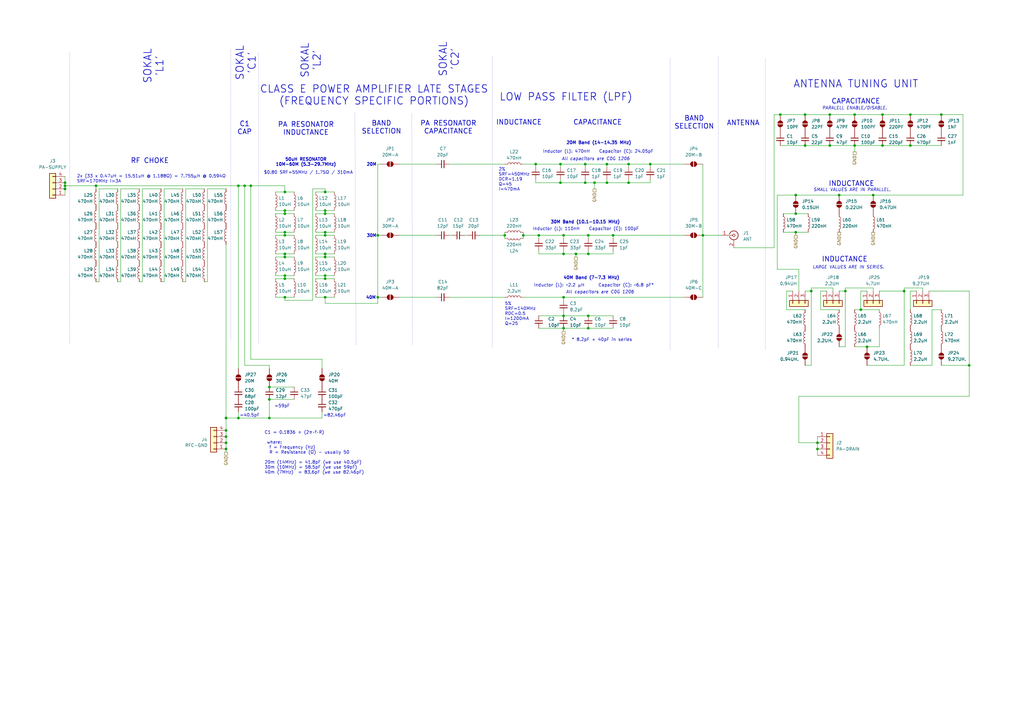
<source format=kicad_sch>
(kicad_sch (version 20231120) (generator "eeschema") (generator_version "8.0")
  (paper "A3")
  (junction (at 154.94 121.92))
  (junction (at 116.84 105.41))
  (junction (at 231.14 121.92))
  (junction (at 340.36 59.69))
  (junction (at 330.2 46.99))
  (junction (at 97.79 76.2))
  (junction (at 92.71 176.53))
  (junction (at 241.3 129.54))
  (junction (at 251.46 96.52))
  (junction (at 133.35 86.36))
  (junction (at 92.71 184.15))
  (junction (at 370.84 119.38))
  (junction (at 326.39 80.01))
  (junction (at 330.2 59.69))
  (junction (at 102.87 76.2))
  (junction (at 373.38 59.69))
  (junction (at 116.84 95.25))
  (junction (at 231.14 96.52))
  (junction (at 240.03 74.93))
  (junction (at 332.74 119.38))
  (junction (at 241.3 104.14))
  (junction (at 116.84 87.63))
  (junction (at 358.14 80.01))
  (junction (at 257.81 67.31))
  (junction (at 26.67 74.93))
  (junction (at 110.49 158.75))
  (junction (at 326.39 95.25))
  (junction (at 326.39 87.63))
  (junction (at 219.71 67.31))
  (junction (at 355.6 142.24))
  (junction (at 39.37 76.2))
  (junction (at 346.71 119.38))
  (junction (at 231.14 104.14))
  (junction (at 133.35 96.52))
  (junction (at 361.95 46.99))
  (junction (at 97.79 171.45))
  (junction (at 92.71 181.61))
  (junction (at 361.95 59.69))
  (junction (at 133.35 105.41))
  (junction (at 335.28 181.61))
  (junction (at 243.84 74.93))
  (junction (at 116.84 86.36))
  (junction (at 133.35 121.92))
  (junction (at 353.06 127))
  (junction (at 340.36 46.99))
  (junction (at 335.28 184.15))
  (junction (at 266.7 67.31))
  (junction (at 397.51 149.86))
  (junction (at 236.22 104.14))
  (junction (at 92.71 171.45))
  (junction (at 231.14 134.62))
  (junction (at 248.92 67.31))
  (junction (at 241.3 134.62))
  (junction (at 320.04 46.99))
  (junction (at 220.98 96.52))
  (junction (at 116.84 96.52))
  (junction (at 110.49 171.45))
  (junction (at 386.08 46.99))
  (junction (at 133.35 113.03))
  (junction (at 240.03 67.31))
  (junction (at 92.71 179.07))
  (junction (at 288.29 96.52))
  (junction (at 373.38 46.99))
  (junction (at 26.67 76.2))
  (junction (at 241.3 96.52))
  (junction (at 350.52 59.69))
  (junction (at 116.84 78.74))
  (junction (at 154.94 96.52))
  (junction (at 133.35 78.74))
  (junction (at 133.35 87.63))
  (junction (at 116.84 114.3))
  (junction (at 26.67 77.47))
  (junction (at 344.17 80.01))
  (junction (at 116.84 113.03))
  (junction (at 214.63 96.52))
  (junction (at 350.52 46.99))
  (junction (at 229.87 67.31))
  (junction (at 133.35 114.3))
  (junction (at 100.33 76.2))
  (junction (at 257.81 74.93))
  (junction (at 116.84 104.14))
  (junction (at 248.92 74.93))
  (junction (at 207.01 96.52))
  (junction (at 116.84 121.92))
  (junction (at 231.14 129.54))
  (junction (at 133.35 95.25))
  (junction (at 133.35 104.14))
  (junction (at 110.49 163.83))
  (junction (at 229.87 74.93))
  (wire (pts (xy 92.71 171.45) (xy 92.71 176.53)))
  (wire (pts (xy 350.52 142.24) (xy 355.6 142.24)))
  (wire (pts (xy 133.35 86.36) (xy 137.16 86.36)))
  (wire (pts (xy 320.04 59.69) (xy 330.2 59.69)))
  (wire (pts (xy 381 119.38) (xy 397.51 119.38)))
  (wire (pts (xy 251.46 104.14) (xy 241.3 104.14)))
  (wire (pts (xy 240.03 73.66) (xy 240.03 74.93)))
  (polyline (pts (xy 313.944 23.876) (xy 313.944 143.51)) (stroke (width 0) (type dot)))
  (wire (pts (xy 58.42 77.47) (xy 58.42 115.57)))
  (wire (pts (xy 219.71 74.93) (xy 229.87 74.93)))
  (wire (pts (xy 361.95 46.99) (xy 373.38 46.99)))
  (wire (pts (xy 133.35 96.52) (xy 137.16 96.52)))
  (wire (pts (xy 332.74 118.11) (xy 332.74 119.38)))
  (wire (pts (xy 116.84 76.2) (xy 116.84 78.74)))
  (wire (pts (xy 370.84 119.38) (xy 370.84 118.11)))
  (wire (pts (xy 335.28 179.07) (xy 335.28 181.61)))
  (wire (pts (xy 214.63 121.92) (xy 231.14 121.92)))
  (wire (pts (xy 196.85 96.52) (xy 207.01 96.52)))
  (wire (pts (xy 128.27 77.47) (xy 133.35 77.47)))
  (wire (pts (xy 336.55 119.38) (xy 336.55 127)))
  (wire (pts (xy 330.2 59.69) (xy 340.36 59.69)))
  (wire (pts (xy 266.7 67.31) (xy 280.67 67.31)))
  (wire (pts (xy 350.52 59.69) (xy 350.52 62.23)))
  (wire (pts (xy 132.08 168.91) (xy 132.08 171.45)))
  (wire (pts (xy 154.94 121.92) (xy 154.94 124.46)))
  (wire (pts (xy 128.27 123.19) (xy 128.27 77.47)))
  (wire (pts (xy 220.98 129.54) (xy 231.14 129.54)))
  (wire (pts (xy 257.81 73.66) (xy 257.81 74.93)))
  (wire (pts (xy 116.84 121.92) (xy 116.84 123.19)))
  (wire (pts (xy 241.3 104.14) (xy 236.22 104.14)))
  (wire (pts (xy 39.37 76.2) (xy 97.79 76.2)))
  (wire (pts (xy 326.39 87.63) (xy 331.47 87.63)))
  (wire (pts (xy 231.14 134.62) (xy 231.14 135.89)))
  (wire (pts (xy 241.3 129.54) (xy 251.46 129.54)))
  (wire (pts (xy 219.71 67.31) (xy 219.71 68.58)))
  (wire (pts (xy 76.2 77.47) (xy 83.82 77.47)))
  (wire (pts (xy 231.14 96.52) (xy 231.14 97.79)))
  (wire (pts (xy 129.54 96.52) (xy 133.35 96.52)))
  (wire (pts (xy 236.22 104.14) (xy 231.14 104.14)))
  (wire (pts (xy 113.03 86.36) (xy 116.84 86.36)))
  (wire (pts (xy 321.31 87.63) (xy 326.39 87.63)))
  (wire (pts (xy 129.54 121.92) (xy 133.35 121.92)))
  (wire (pts (xy 327.66 110.49) (xy 327.66 119.38)))
  (wire (pts (xy 49.53 77.47) (xy 49.53 115.57)))
  (wire (pts (xy 39.37 76.2) (xy 39.37 77.47)))
  (wire (pts (xy 26.67 76.2) (xy 39.37 76.2)))
  (wire (pts (xy 320.04 46.99) (xy 317.5 46.99)))
  (wire (pts (xy 26.67 80.01) (xy 26.67 77.47)))
  (wire (pts (xy 229.87 74.93) (xy 240.03 74.93)))
  (wire (pts (xy 133.35 104.14) (xy 137.16 104.14)))
  (wire (pts (xy 92.71 171.45) (xy 97.79 171.45)))
  (wire (pts (xy 327.66 110.49) (xy 318.77 110.49)))
  (wire (pts (xy 113.03 105.41) (xy 116.84 105.41)))
  (wire (pts (xy 327.66 162.56) (xy 327.66 181.61)))
  (wire (pts (xy 240.03 74.93) (xy 243.84 74.93)))
  (wire (pts (xy 229.87 73.66) (xy 229.87 74.93)))
  (wire (pts (xy 133.35 104.14) (xy 133.35 105.41)))
  (wire (pts (xy 110.49 163.83) (xy 120.65 163.83)))
  (wire (pts (xy 100.33 76.2) (xy 100.33 149.86)))
  (wire (pts (xy 397.51 149.86) (xy 397.51 119.38)))
  (wire (pts (xy 243.84 74.93) (xy 243.84 77.47)))
  (wire (pts (xy 322.58 127) (xy 330.2 127)))
  (wire (pts (xy 133.35 77.47) (xy 133.35 78.74)))
  (wire (pts (xy 154.94 67.31) (xy 154.94 96.52)))
  (wire (pts (xy 355.6 119.38) (xy 353.06 119.38)))
  (wire (pts (xy 317.5 46.99) (xy 317.5 101.6)))
  (wire (pts (xy 190.5 96.52) (xy 191.77 96.52)))
  (wire (pts (xy 113.03 121.92) (xy 116.84 121.92)))
  (wire (pts (xy 353.06 127) (xy 360.68 127)))
  (wire (pts (xy 26.67 74.93) (xy 26.67 72.39)))
  (wire (pts (xy 92.71 184.15) (xy 92.71 185.42)))
  (wire (pts (xy 116.84 113.03) (xy 120.65 113.03)))
  (wire (pts (xy 97.79 168.91) (xy 97.79 171.45)))
  (wire (pts (xy 241.3 96.52) (xy 251.46 96.52)))
  (wire (pts (xy 325.12 119.38) (xy 322.58 119.38)))
  (wire (pts (xy 397.51 149.86) (xy 397.51 162.56)))
  (polyline (pts (xy 28.575 21.59) (xy 28.575 141.224)) (stroke (width 0) (type dot)))
  (wire (pts (xy 100.33 149.86) (xy 110.49 149.86)))
  (wire (pts (xy 92.71 100.33) (xy 92.71 171.45)))
  (wire (pts (xy 241.3 96.52) (xy 241.3 97.79)))
  (wire (pts (xy 83.82 115.57) (xy 85.09 115.57)))
  (wire (pts (xy 116.84 87.63) (xy 120.65 87.63)))
  (wire (pts (xy 346.71 118.11) (xy 358.14 118.11)))
  (wire (pts (xy 339.09 119.38) (xy 336.55 119.38)))
  (polyline (pts (xy 168.91 46.736) (xy 169.164 141.478)) (stroke (width 0) (type dot)))
  (wire (pts (xy 110.49 171.45) (xy 132.08 171.45)))
  (wire (pts (xy 92.71 179.07) (xy 92.71 181.61)))
  (wire (pts (xy 236.22 104.14) (xy 236.22 105.41)))
  (wire (pts (xy 116.84 113.03) (xy 116.84 114.3)))
  (wire (pts (xy 116.84 105.41) (xy 120.65 105.41)))
  (wire (pts (xy 116.84 114.3) (xy 120.65 114.3)))
  (polyline (pts (xy 106.045 21.59) (xy 106.045 141.224)) (stroke (width 0) (type dot)))
  (wire (pts (xy 386.08 46.99) (xy 394.97 46.99)))
  (wire (pts (xy 85.09 77.47) (xy 92.71 77.47)))
  (wire (pts (xy 102.87 76.2) (xy 116.84 76.2)))
  (wire (pts (xy 219.71 73.66) (xy 219.71 74.93)))
  (wire (pts (xy 370.84 118.11) (xy 378.46 118.11)))
  (wire (pts (xy 358.14 80.01) (xy 394.97 80.01)))
  (wire (pts (xy 154.94 67.31) (xy 156.21 67.31)))
  (wire (pts (xy 220.98 96.52) (xy 231.14 96.52)))
  (wire (pts (xy 350.52 46.99) (xy 361.95 46.99)))
  (wire (pts (xy 378.46 119.38) (xy 378.46 118.11)))
  (wire (pts (xy 207.01 96.52) (xy 207.01 97.79)))
  (wire (pts (xy 243.84 74.93) (xy 248.92 74.93)))
  (wire (pts (xy 341.63 119.38) (xy 341.63 118.11)))
  (wire (pts (xy 129.54 78.74) (xy 133.35 78.74)))
  (wire (pts (xy 58.42 77.47) (xy 66.04 77.47)))
  (wire (pts (xy 344.17 80.01) (xy 358.14 80.01)))
  (wire (pts (xy 231.14 104.14) (xy 220.98 104.14)))
  (polyline (pts (xy 274.828 24.13) (xy 274.828 143.764)) (stroke (width 0) (type dot)))
  (wire (pts (xy 288.29 96.52) (xy 288.29 121.92)))
  (wire (pts (xy 248.92 67.31) (xy 257.81 67.31)))
  (wire (pts (xy 231.14 121.92) (xy 231.14 123.19)))
  (wire (pts (xy 133.35 121.92) (xy 137.16 121.92)))
  (wire (pts (xy 336.55 127) (xy 344.17 127)))
  (wire (pts (xy 231.14 121.92) (xy 280.67 121.92)))
  (wire (pts (xy 231.14 128.27) (xy 231.14 129.54)))
  (wire (pts (xy 113.03 95.25) (xy 116.84 95.25)))
  (wire (pts (xy 335.28 181.61) (xy 335.28 184.15)))
  (wire (pts (xy 219.71 67.31) (xy 229.87 67.31)))
  (wire (pts (xy 358.14 118.11) (xy 358.14 119.38)))
  (wire (pts (xy 133.35 95.25) (xy 137.16 95.25)))
  (wire (pts (xy 133.35 78.74) (xy 137.16 78.74)))
  (wire (pts (xy 97.79 171.45) (xy 110.49 171.45)))
  (wire (pts (xy 346.71 119.38) (xy 346.71 118.11)))
  (wire (pts (xy 129.54 95.25) (xy 133.35 95.25)))
  (wire (pts (xy 257.81 67.31) (xy 257.81 68.58)))
  (wire (pts (xy 266.7 73.66) (xy 266.7 74.93)))
  (wire (pts (xy 326.39 95.25) (xy 326.39 96.52)))
  (wire (pts (xy 74.93 115.57) (xy 76.2 115.57)))
  (wire (pts (xy 113.03 87.63) (xy 116.84 87.63)))
  (wire (pts (xy 154.94 96.52) (xy 154.94 121.92)))
  (wire (pts (xy 386.08 149.86) (xy 397.51 149.86)))
  (wire (pts (xy 113.03 96.52) (xy 116.84 96.52)))
  (wire (pts (xy 116.84 78.74) (xy 120.65 78.74)))
  (wire (pts (xy 373.38 59.69) (xy 386.08 59.69)))
  (wire (pts (xy 231.14 129.54) (xy 241.3 129.54)))
  (wire (pts (xy 92.71 181.61) (xy 92.71 184.15)))
  (wire (pts (xy 288.29 96.52) (xy 295.91 96.52)))
  (wire (pts (xy 129.54 114.3) (xy 133.35 114.3)))
  (wire (pts (xy 76.2 77.47) (xy 76.2 115.57)))
  (wire (pts (xy 373.38 127) (xy 373.38 119.38)))
  (wire (pts (xy 373.38 46.99) (xy 386.08 46.99)))
  (wire (pts (xy 335.28 184.15) (xy 335.28 186.69)))
  (wire (pts (xy 360.68 119.38) (xy 370.84 119.38)))
  (wire (pts (xy 113.03 114.3) (xy 116.84 114.3)))
  (wire (pts (xy 110.49 149.86) (xy 110.49 151.13)))
  (wire (pts (xy 163.83 96.52) (xy 179.07 96.52)))
  (wire (pts (xy 231.14 134.62) (xy 241.3 134.62)))
  (wire (pts (xy 129.54 87.63) (xy 133.35 87.63)))
  (wire (pts (xy 163.83 67.31) (xy 179.07 67.31)))
  (wire (pts (xy 360.68 142.24) (xy 360.68 134.62)))
  (wire (pts (xy 97.79 76.2) (xy 100.33 76.2)))
  (wire (pts (xy 116.84 86.36) (xy 116.84 87.63)))
  (wire (pts (xy 154.94 96.52) (xy 156.21 96.52)))
  (wire (pts (xy 220.98 104.14) (xy 220.98 102.87)))
  (wire (pts (xy 251.46 102.87) (xy 251.46 104.14)))
  (wire (pts (xy 370.84 149.86) (xy 370.84 119.38)))
  (wire (pts (xy 57.15 115.57) (xy 58.42 115.57)))
  (wire (pts (xy 330.2 46.99) (xy 340.36 46.99)))
  (wire (pts (xy 214.63 95.25) (xy 214.63 96.52)))
  (wire (pts (xy 346.71 142.24) (xy 346.71 119.38)))
  (wire (pts (xy 240.03 67.31) (xy 240.03 68.58)))
  (wire (pts (xy 320.04 46.99) (xy 330.2 46.99)))
  (wire (pts (xy 344.17 119.38) (xy 346.71 119.38)))
  (wire (pts (xy 110.49 158.75) (xy 120.65 158.75)))
  (wire (pts (xy 229.87 67.31) (xy 240.03 67.31)))
  (wire (pts (xy 66.04 115.57) (xy 67.31 115.57)))
  (wire (pts (xy 231.14 102.87) (xy 231.14 104.14)))
  (wire (pts (xy 251.46 96.52) (xy 251.46 97.79)))
  (wire (pts (xy 251.46 96.52) (xy 280.67 96.52)))
  (wire (pts (xy 49.53 77.47) (xy 57.15 77.47)))
  (wire (pts (xy 113.03 113.03) (xy 116.84 113.03)))
  (polyline (pts (xy 201.93 23.114) (xy 201.93 142.748)) (stroke (width 0) (type dot)))
  (wire (pts (xy 373.38 119.38) (xy 375.92 119.38)))
  (wire (pts (xy 116.84 104.14) (xy 120.65 104.14)))
  (wire (pts (xy 133.35 113.03) (xy 137.16 113.03)))
  (wire (pts (xy 184.15 121.92) (xy 207.01 121.92)))
  (wire (pts (xy 92.71 176.53) (xy 92.71 179.07)))
  (wire (pts (xy 350.52 127) (xy 353.06 127)))
  (wire (pts (xy 132.08 147.32) (xy 132.08 151.13)))
  (wire (pts (xy 382.27 127) (xy 386.08 127)))
  (wire (pts (xy 326.39 80.01) (xy 318.77 80.01)))
  (wire (pts (xy 116.84 121.92) (xy 120.65 121.92)))
  (polyline (pts (xy 145.542 46.482) (xy 146.05 141.478)) (stroke (width 0) (type dot)))
  (wire (pts (xy 39.37 115.57) (xy 40.64 115.57)))
  (wire (pts (xy 116.84 86.36) (xy 120.65 86.36)))
  (wire (pts (xy 340.36 46.99) (xy 350.52 46.99)))
  (wire (pts (xy 318.77 80.01) (xy 318.77 110.49)))
  (wire (pts (xy 40.64 77.47) (xy 40.64 115.57)))
  (wire (pts (xy 40.64 77.47) (xy 48.26 77.47)))
  (wire (pts (xy 344.17 142.24) (xy 346.71 142.24)))
  (wire (pts (xy 133.35 121.92) (xy 133.35 124.46)))
  (wire (pts (xy 214.63 96.52) (xy 214.63 97.79)))
  (wire (pts (xy 266.7 67.31) (xy 266.7 68.58)))
  (wire (pts (xy 133.35 114.3) (xy 137.16 114.3)))
  (wire (pts (xy 133.35 95.25) (xy 133.35 96.52)))
  (wire (pts (xy 102.87 147.32) (xy 132.08 147.32)))
  (wire (pts (xy 248.92 67.31) (xy 248.92 68.58)))
  (wire (pts (xy 26.67 77.47) (xy 26.67 76.2)))
  (wire (pts (xy 67.31 77.47) (xy 74.93 77.47)))
  (wire (pts (xy 248.92 73.66) (xy 248.92 74.93)))
  (wire (pts (xy 214.63 96.52) (xy 220.98 96.52)))
  (wire (pts (xy 133.35 124.46) (xy 154.94 124.46)))
  (wire (pts (xy 382.27 127) (xy 382.27 149.86)))
  (wire (pts (xy 229.87 67.31) (xy 229.87 68.58)))
  (wire (pts (xy 257.81 74.93) (xy 266.7 74.93)))
  (wire (pts (xy 241.3 102.87) (xy 241.3 104.14)))
  (wire (pts (xy 322.58 119.38) (xy 322.58 127)))
  (wire (pts (xy 133.35 86.36) (xy 133.35 87.63)))
  (wire (pts (xy 355.6 142.24) (xy 360.68 142.24)))
  (wire (pts (xy 116.84 96.52) (xy 120.65 96.52)))
  (wire (pts (xy 129.54 105.41) (xy 133.35 105.41)))
  (wire (pts (xy 100.33 76.2) (xy 102.87 76.2)))
  (wire (pts (xy 133.35 105.41) (xy 137.16 105.41)))
  (wire (pts (xy 113.03 104.14) (xy 116.84 104.14)))
  (wire (pts (xy 240.03 67.31) (xy 248.92 67.31)))
  (wire (pts (xy 26.67 76.2) (xy 26.67 74.93)))
  (wire (pts (xy 220.98 96.52) (xy 220.98 97.79)))
  (polyline (pts (xy 294.64 23.368) (xy 294.64 143.002)) (stroke (width 0) (type dot)))
  (wire (pts (xy 353.06 119.38) (xy 353.06 127)))
  (wire (pts (xy 397.51 162.56) (xy 327.66 162.56)))
  (wire (pts (xy 214.63 67.31) (xy 219.71 67.31)))
  (wire (pts (xy 394.97 46.99) (xy 394.97 80.01)))
  (wire (pts (xy 332.74 119.38) (xy 332.74 149.86)))
  (wire (pts (xy 332.74 118.11) (xy 341.63 118.11)))
  (wire (pts (xy 116.84 95.25) (xy 116.84 96.52)))
  (wire (pts (xy 373.38 149.86) (xy 382.27 149.86)))
  (wire (pts (xy 129.54 86.36) (xy 133.35 86.36)))
  (wire (pts (xy 129.54 104.14) (xy 133.35 104.14)))
  (wire (pts (xy 207.01 95.25) (xy 207.01 96.52)))
  (wire (pts (xy 102.87 147.32) (xy 102.87 76.2)))
  (wire (pts (xy 350.52 59.69) (xy 361.95 59.69)))
  (wire (pts (xy 85.09 77.47) (xy 85.09 115.57)))
  (wire (pts (xy 231.14 96.52) (xy 241.3 96.52)))
  (wire (pts (xy 326.39 95.25) (xy 331.47 95.25)))
  (wire (pts (xy 330.2 119.38) (xy 332.74 119.38)))
  (wire (pts (xy 116.84 123.19) (xy 128.27 123.19)))
  (wire (pts (xy 129.54 113.03) (xy 133.35 113.03)))
  (wire (pts (xy 184.15 96.52) (xy 185.42 96.52)))
  (wire (pts (xy 257.81 67.31) (xy 266.7 67.31)))
  (wire (pts (xy 48.26 115.57) (xy 49.53 115.57)))
  (wire (pts (xy 317.5 101.6) (xy 300.99 101.6)))
  (wire (pts (xy 97.79 76.2) (xy 97.79 151.13)))
  (polyline (pts (xy 94.615 20.32) (xy 94.615 139.954)) (stroke (width 0) (type dot)))
  (wire (pts (xy 133.35 113.03) (xy 133.35 114.3)))
  (wire (pts (xy 220.98 134.62) (xy 231.14 134.62)))
  (wire (pts (xy 113.03 78.74) (xy 116.84 78.74)))
  (wire (pts (xy 241.3 134.62) (xy 251.46 134.62)))
  (wire (pts (xy 110.49 163.83) (xy 110.49 171.45)))
  (wire (pts (xy 361.95 59.69) (xy 373.38 59.69)))
  (wire (pts (xy 133.35 87.63) (xy 137.16 87.63)))
  (wire (pts (xy 116.84 104.14) (xy 116.84 105.41)))
  (wire (pts (xy 326.39 80.01) (xy 344.17 80.01)))
  (wire (pts (xy 327.66 181.61) (xy 335.28 181.61)))
  (wire (pts (xy 248.92 74.93) (xy 257.81 74.93)))
  (wire (pts (xy 340.36 59.69) (xy 350.52 59.69)))
  (wire (pts (xy 163.83 121.92) (xy 179.07 121.92)))
  (wire (pts (xy 330.2 149.86) (xy 332.74 149.86)))
  (wire (pts (xy 116.84 95.25) (xy 120.65 95.25)))
  (wire (pts (xy 288.29 67.31) (xy 288.29 96.52)))
  (wire (pts (xy 154.94 121.92) (xy 156.21 121.92)))
  (wire (pts (xy 355.6 149.86) (xy 370.84 149.86)))
  (wire (pts (xy 321.31 95.25) (xy 326.39 95.25)))
  (wire (pts (xy 67.31 77.47) (xy 67.31 115.57)))
  (wire (pts (xy 184.15 67.31) (xy 207.01 67.31)))
  (text "RF CHOKE" (at 61.468 66.04 0) (effects (font (size 2.032 2.032) (thickness 0.254) (bold yes))))
  (text "50uH RESONATOR\n10M-60M (5.3-29.7MHz)" (at 125.476 66.548 0) (effects (font (size 1.27 1.27) (thickness 0.254) (bold yes))))
  (text "INDUCTANCE" (at 349.25 75.438 0) (effects (font (size 2.032 2.032) (thickness 0.254) (bold yes))))
  (text "40M" (at 152.146 122.174 0) (effects (font (size 1.27 1.27) (thickness 0.254) (bold yes))))
  (text "CAPACITANCE" (at 351.028 41.656 0) (effects (font (size 2.032 2.032) (thickness 0.254) (bold yes))))
  (text "ANTENNA" (at 304.8 50.546 0) (effects (font (size 2.032 2.032) (thickness 0.254) (bold yes))))
  (text "Inductor (L): 470nH    Capacitor (C): 24.05pF" (at 245.364 62.23 0) (effects (font (size 1.27 1.27))))
  (text "20M Band (14-14.35 MHz)" (at 245.618 58.674 0) (effects (font (size 1.27 1.27) (thickness 0.254) (bold yes))))
  (text "=40.5pF" (at 98.298 170.434 0) (effects (font (size 1.27 1.27)) (justify left)))
  (text "All capacitors are C0G 1206" (at 246.126 119.888 0) (effects (font (size 1.27 1.27) (italic yes))))
  (text "INDUCTANCE" (at 346.456 106.426 0) (effects (font (size 2.032 2.032) (thickness 0.254) (bold yes))))
  (text "SMALL VALUES ARE IN PARALLEL." (at 349.504 77.978 0) (effects (font (size 1.27 1.27) (italic yes))))
  (text "40M Band (7-7.3 MHz)" (at 242.57 114.046 0) (effects (font (size 1.27 1.27) (thickness 0.254) (bold yes))))
  (text "Inductor (L): ~2.2 μH      Capacitor (C): ~6.8 pF*" (at 243.586 117.094 0) (effects (font (size 1.27 1.27))))
  (text "INDUCTANCE" (at 212.852 50.292 0) (effects (font (size 2.032 2.032) (thickness 0.254) (bold yes))))
  (text "Inductor (L): 110nH    Capacitor (C): 100pF" (at 240.284 93.98 0) (effects (font (size 1.27 1.27))))
  (text "PARALELL ENABLE/DISABLE." (at 350.52 44.45 0) (effects (font (size 1.27 1.27) (italic yes))))
  (text "5%\nSRF=140MHz\nRDC=0.5\nI=1200mA\nQ=25" (at 207.01 128.778 0) (effects (font (size 1.27 1.27)) (justify left)))
  (text "C1 = 0.1836 ÷ (2π⋅f⋅R)\n\n where:\n  f = Frequency (Hz)\n  R = Resistance (Ω) - usually 50\n\n20m (14MHz) = 41.8pF (we use 40.5pF)\n30m (10MHz) = 58.5pF (we use 59pF)\n40m (7MHz)  = 83.6pF (we use 82.46pF)\n" (at 108.458 185.674 0) (effects (font (size 1.27 1.27)) (justify left)))
  (text "LOW PASS FILTER (LPF)" (at 232.156 39.878 0) (effects (font (size 3.048 3.048) (thickness 0.254) (bold yes))))
  (text "ANTENNA TUNING UNIT" (at 351.028 34.544 0) (effects (font (size 3.048 3.048) (thickness 0.254) (bold yes))))
  (text "2x (33 x 0.47uH = 15.51uH @ 1.188Ω) = 7.755μH @ 0.594Ω\nSRF=170MHz I>3A" (at 31.496 73.406 0) (effects (font (size 1.27 1.27)) (justify left)))
  (text "CAPACITANCE" (at 245.11 50.292 0) (effects (font (size 2.032 2.032) (thickness 0.254) (bold yes))))
  (text "=82.46pF" (at 132.588 170.434 0) (effects (font (size 1.27 1.27)) (justify left)))
  (text "C1\nCAP" (at 100.33 52.578 0) (effects (font (size 2.032 2.032) (thickness 0.254) (bold yes))))
  (text "SOKAL\n'C2'" (at 184.15 24.384 90) (effects (font (size 3.048 3.048) (thickness 0.254) (bold yes))))
  (text "$0.80 SRF=55MHz / 1.75Ω / 310mA\n" (at 126.492 70.866 0) (effects (font (size 1.27 1.27))))
  (text "BAND\nSELECTION" (at 156.464 52.324 0) (effects (font (size 2.032 2.032) (thickness 0.254) (bold yes))))
  (text "30M Band (10.1-10.15 MHz)" (at 240.03 91.186 0) (effects (font (size 1.27 1.27) (thickness 0.254) (bold yes))))
  (text "All capacitors are C0G 1206" (at 244.348 65.278 0) (effects (font (size 1.27 1.27) (italic yes))))
  (text "BAND\nSELECTION" (at 284.734 50.292 0) (effects (font (size 2.032 2.032) (thickness 0.254) (bold yes))))
  (text "LARGE VALUES ARE IN SERIES." (at 347.98 109.728 0) (effects (font (size 1.27 1.27) (italic yes))))
  (text "* 8.2pF + 40pF in series" (at 246.888 139.446 0) (effects (font (size 1.27 1.27))))
  (text "SOKAL\n'L1'" (at 62.992 27.178 90) (effects (font (size 3.048 3.048) (thickness 0.254) (bold yes))))
  (text "PA RESONATOR\nINDUCTANCE" (at 125.476 52.832 0) (effects (font (size 2.032 2.032) (thickness 0.254) (bold yes))))
  (text "2%\nSRF=450MHz\nDCR=1.19\nQ=45\nI=470mA" (at 204.47 73.66 0) (effects (font (size 1.27 1.27)) (justify left)))
  (text "SOKAL\n'L2'" (at 127.508 24.892 90) (effects (font (size 3.048 3.048) (thickness 0.254) (bold yes))))
  (text "20M" (at 152.4 67.564 0) (effects (font (size 1.27 1.27) (thickness 0.254) (bold yes))))
  (text "CLASS E POWER AMPLIFIER LATE STAGES\n(FREQUENCY SPECIFIC PORTIONS)" (at 153.416 39.116 0) (effects (font (size 3.048 3.048) (thickness 0.254) (bold yes))))
  (text "SOKAL\n'C1'" (at 100.838 25.908 90) (effects (font (size 3.048 3.048) (thickness 0.254) (bold yes))))
  (text "=59pF" (at 112.522 166.624 0) (effects (font (size 1.27 1.27)) (justify left)))
  (text "30M" (at 152.4 96.774 0) (effects (font (size 1.27 1.27) (thickness 0.254) (bold yes))))
  (text "PA RESONATOR\nCAPACITANCE" (at 183.896 52.324 0) (effects (font (size 2.032 2.032) (thickness 0.254) (bold yes))))
  (hierarchical_label "GND" (shape passive) (at 243.84 77.47 270))
  (hierarchical_label "GND" (shape passive) (at 231.14 135.89 270))
  (hierarchical_label "GND" (shape passive) (at 326.39 96.52 270))
  (hierarchical_label "GND" (shape passive) (at 92.71 185.42 270))
  (hierarchical_label "GND" (shape passive) (at 236.22 105.41 270))
  (hierarchical_label "GND" (shape passive) (at 358.14 95.25 270))
  (hierarchical_label "GND" (shape passive) (at 350.52 62.23 270))
  (hierarchical_label "GND" (shape passive) (at 344.17 95.25 270))
  (symbol (lib_id "Device:L") (at 83.82 88.9 0) (mirror y) (unit 1)
    (property "Reference" "L51" (at 82.55 87.6299 0) (effects (justify left)))
    (property "Value" "470nH" (at 82.55 90.1699 0) (effects (justify left)))
    (property "Footprint" "Inductor_SMD:L_1008_2520Metric" (effects (hide yes)))
    (property "Datasheet" "https://wmsc.lcsc.com/wmsc/upload/file/pdf/v2/lcsc/2310251550_Sunlord-SPH252012HR47MT_C316369.pdf" (effects (hide yes)))
    (property "Description" "3A 470nH ±20% 4.1A 1008 Power Inductors ROHS" (effects (hide yes)))
    (property "LCSC Part #" "C316369" (effects (hide yes)))
    (property "MPN" "SPH252012HR47MT" (effects (hide yes)))
    (property "Manufacturer" "Sunlord" (effects (hide yes)))
  )
  (symbol (lib_id "Jumper:SolderJumper_2_Open") (at 160.02 67.31 0) (unit 1) (exclude_from_sim yes) (in_bom no)
    (property "Reference" "JP1" (at 160.02 60.96 0))
    (property "Value" "20M-A" (at 160.02 63.5 0))
    (property "Footprint" "Jumper:SolderJumper-2_P1.3mm_Open_RoundedPad1.0x1.5mm" (effects (hide yes)))
    (property "Description" "Solder Jumper, 2-pole, open" (effects (hide yes)))
  )
  (symbol (lib_id "Device:C_Small") (at 251.46 132.08 0) (unit 1)
    (property "Reference" "C8" (at 254 130.8162 0) (effects (justify left)))
    (property "Value" "10pF" (at 254 133.3562 0) (effects (justify left)))
    (property "Footprint" "Capacitor_SMD:C_1206_3216Metric" (effects (hide yes)))
    (property "Datasheet" "https://wmsc.lcsc.com/wmsc/upload/file/pdf/v2/lcsc/2304140030_CCTC-TCC1206COG100J102DT_C377014.pdf" (effects (hide yes)))
    (property "Description" "1kV 10pF C0G ±5% 1206 Multilayer Ceramic Capacitors MLCC - SMD/SMT ROHS" (effects (hide yes)))
    (property "LCSC Part #" "C377014" (effects (hide yes)))
    (property "MPN" "TCC1206COG100J102DT" (effects (hide yes)))
    (property "Manufacturer" "CCTC" (effects (hide yes)))
  )
  (symbol (lib_id "Device:L") (at 74.93 88.9 0) (mirror y) (unit 1)
    (property "Reference" "L46" (at 73.66 87.6299 0) (effects (justify left)))
    (property "Value" "470nH" (at 73.66 90.1699 0) (effects (justify left)))
    (property "Footprint" "Inductor_SMD:L_1008_2520Metric" (effects (hide yes)))
    (property "Datasheet" "https://wmsc.lcsc.com/wmsc/upload/file/pdf/v2/lcsc/2310251550_Sunlord-SPH252012HR47MT_C316369.pdf" (effects (hide yes)))
    (property "Description" "3A 470nH ±20% 4.1A 1008 Power Inductors ROHS" (effects (hide yes)))
    (property "LCSC Part #" "C316369" (effects (hide yes)))
    (property "MPN" "SPH252012HR47MT" (effects (hide yes)))
    (property "Manufacturer" "Sunlord" (effects (hide yes)))
  )
  (symbol (lib_id "Jumper:SolderJumper_2_Open") (at 344.17 138.43 90) (mirror x) (unit 1) (exclude_from_sim yes) (in_bom no)
    (property "Reference" "JP22" (at 341.63 137.1599 90) (effects (justify left)))
    (property "Value" "2.2UH." (at 341.63 139.6999 90) (effects (justify left)))
    (property "Footprint" "Jumper:SolderJumper-2_P1.3mm_Open_RoundedPad1.0x1.5mm" (effects (hide yes)))
    (property "Description" "Solder Jumper, 2-pole, open" (effects (hide yes)))
  )
  (symbol (lib_id "Device:C_Small") (at 120.65 161.29 0) (unit 1)
    (property "Reference" "C33" (at 123.19 160.0262 0) (effects (justify left)))
    (property "Value" "47pF" (at 123.19 162.5662 0) (effects (justify left)))
    (property "Footprint" "Capacitor_SMD:C_0805_2012Metric" (effects (hide yes)))
    (property "Datasheet" "https://wmsc.lcsc.com/wmsc/upload/file/pdf/v2/lcsc/2304140030_Samsung-Electro-Mechanics-CL21C470JBANNNC_C14857.pdf" (effects (hide yes)))
    (property "Description" "50V 47pF C0G ±5% 0805 Multilayer Ceramic Capacitors MLCC - SMD/SMT ROHS" (effects (hide yes)))
    (property "LCSC Part #" "C14857" (effects (hide yes)))
    (property "MPN" "CL21C470JBANNNC" (effects (hide yes)))
    (property "Manufacturer" "Samsung" (effects (hide yes)))
  )
  (symbol (lib_id "Device:C_Small") (at 373.38 57.15 0) (unit 1)
    (property "Reference" "C26" (at 375.92 55.8862 0) (effects (justify left)))
    (property "Value" "470pF" (at 375.92 58.4262 0) (effects (justify left)))
    (property "Footprint" "Capacitor_SMD:C_0805_2012Metric" (effects (hide yes)))
    (property "Datasheet" "https://wmsc.lcsc.com/wmsc/upload/file/pdf/v2/lcsc/2304140030_FH--Guangdong-Fenghua-Advanced-Tech-0805B471K500NT_C1743.pdf" (effects (hide yes)))
    (property "Description" "50V 470pF X7R ±10% 0805 Multilayer Ceramic Capacitors MLCC - SMD/SMT ROHS" (effects (hide yes)))
    (property "LCSC Part #" "C1743" (effects (hide yes)))
    (property "MPN" "0805B471K500NT" (effects (hide yes)))
    (property "Manufacturer" "Fenghua" (effects (hide yes)))
  )
  (symbol (lib_id "Device:L") (at 137.16 82.55 0) (unit 1)
    (property "Reference" "L17" (at 138.43 81.2799 0) (effects (justify left)))
    (property "Value" "10uH" (at 138.43 83.8199 0) (effects (justify left)))
    (property "Footprint" "Inductor_SMD:L_1008_2520Metric" (effects (hide yes)))
    (property "Datasheet" "https://wmsc.lcsc.com/wmsc/upload/file/pdf/v2/lcsc/2304140030_TDK-NLV25T-100J-PF_C76825.pdf" (effects (hide yes)))
    (property "Description" "155mA 10uH ±5% 1008 Power Inductors ROHS" (effects (hide yes)))
    (property "LCSC Part #" "C76825" (effects (hide yes)))
    (property "MPN" "NLV25T-100J-PF" (effects (hide yes)))
    (property "Manufacturer" "TDK" (effects (hide yes)))
  )
  (symbol (lib_id "Jumper:SolderJumper_2_Open") (at 284.48 96.52 0) (unit 1) (exclude_from_sim yes) (in_bom no)
    (property "Reference" "JP5" (at 284.48 90.17 0))
    (property "Value" "30M-B" (at 284.48 92.71 0))
    (property "Footprint" "Jumper:SolderJumper-2_P1.3mm_Open_RoundedPad1.0x1.5mm" (effects (hide yes)))
    (property "Description" "Solder Jumper, 2-pole, open" (effects (hide yes)))
  )
  (symbol (lib_id "Device:L") (at 74.93 81.28 0) (mirror y) (unit 1)
    (property "Reference" "L45" (at 73.66 80.0099 0) (effects (justify left)))
    (property "Value" "470nH" (at 73.66 82.5499 0) (effects (justify left)))
    (property "Footprint" "Inductor_SMD:L_1008_2520Metric" (effects (hide yes)))
    (property "Datasheet" "https://wmsc.lcsc.com/wmsc/upload/file/pdf/v2/lcsc/2310251550_Sunlord-SPH252012HR47MT_C316369.pdf" (effects (hide yes)))
    (property "Description" "3A 470nH ±20% 4.1A 1008 Power Inductors ROHS" (effects (hide yes)))
    (property "LCSC Part #" "C316369" (effects (hide yes)))
    (property "MPN" "SPH252012HR47MT" (effects (hide yes)))
    (property "Manufacturer" "Sunlord" (effects (hide yes)))
  )
  (symbol (lib_id "Device:C_Small") (at 361.95 57.15 0) (unit 1)
    (property "Reference" "C15" (at 364.49 55.8862 0) (effects (justify left)))
    (property "Value" "220pF" (at 364.49 58.4262 0) (effects (justify left)))
    (property "Footprint" "Capacitor_SMD:C_0805_2012Metric" (effects (hide yes)))
    (property "Description" "50V 220pF X7R ±10% 0805 Multilayer Ceramic Capacitors MLCC - SMD/SMT ROHS" (effects (hide yes)))
    (property "LCSC Part #" "C107145" (effects (hide yes)))
    (property "MPN" "CC0805KRX7R9BB221" (effects (hide yes)))
    (property "Manfacturer" "Yageo" (effects (hide yes)))
  )
  (symbol (lib_id "Connector_Generic:Conn_01x03") (at 358.14 124.46 90) (mirror x) (unit 1)
    (property "Reference" "JP25" (at 360.934 113.792 90) (effects (justify left)))
    (property "Value" "4.7UH" (at 360.934 116.332 90) (effects (justify left)))
    (property "Footprint" "Connector_PinHeader_1.00mm:PinHeader_1x03_P1.00mm_Vertical" (effects (hide yes)))
    (property "Description" "Generic connector, single row, 01x03, script generated (kicad-library-utils/schlib/autogen/connector/)" (effects (hide yes)))
  )
  (symbol (lib_id "Connector_Generic:Conn_01x03") (at 378.46 124.46 90) (mirror x) (unit 1)
    (property "Reference" "JP19" (at 381.254 113.792 90) (effects (justify left)))
    (property "Value" "9.27UH" (at 381.254 116.332 90) (effects (justify left)))
    (property "Footprint" "Connector_PinHeader_1.00mm:PinHeader_1x03_P1.00mm_Vertical" (effects (hide yes)))
    (property "Description" "Generic connector, single row, 01x03, script generated (kicad-library-utils/schlib/autogen/connector/)" (effects (hide yes)))
  )
  (symbol (lib_id "Device:L") (at 92.71 81.28 0) (mirror y) (unit 1)
    (property "Reference" "L55" (at 91.44 80.0099 0) (effects (justify left)))
    (property "Value" "470nH" (at 91.44 82.5499 0) (effects (justify left)))
    (property "Footprint" "Inductor_SMD:L_1008_2520Metric" (effects (hide yes)))
    (property "Datasheet" "https://wmsc.lcsc.com/wmsc/upload/file/pdf/v2/lcsc/2310251550_Sunlord-SPH252012HR47MT_C316369.pdf" (effects (hide yes)))
    (property "Description" "3A 470nH ±20% 4.1A 1008 Power Inductors ROHS" (effects (hide yes)))
    (property "LCSC Part #" "C316369" (effects (hide yes)))
    (property "MPN" "SPH252012HR47MT" (effects (hide yes)))
    (property "Manufacturer" "Sunlord" (effects (hide yes)))
  )
  (symbol (lib_id "Device:C_Small") (at 219.71 71.12 0) (unit 1)
    (property "Reference" "C16" (at 222.25 69.8562 0) (effects (justify left)))
    (property "Value" "10pF" (at 222.25 72.3962 0) (effects (justify left)))
    (property "Footprint" "Capacitor_SMD:C_1206_3216Metric" (effects (hide yes)))
    (property "Datasheet" "https://wmsc.lcsc.com/wmsc/upload/file/pdf/v2/lcsc/2304140030_CCTC-TCC1206COG100J102DT_C377014.pdf" (effects (hide yes)))
    (property "Description" "1kV 10pF C0G ±5% 1206 Multilayer Ceramic Capacitors MLCC - SMD/SMT ROHS" (effects (hide yes)))
    (property "LCSC Part #" "C377014" (effects (hide yes)))
    (property "MPN" "TCC1206COG100J102DT" (effects (hide yes)))
    (property "Manufacturer" "CCTC" (effects (hide yes)))
  )
  (symbol (lib_id "Device:L") (at 137.16 91.44 0) (unit 1)
    (property "Reference" "L18" (at 138.43 90.1699 0) (effects (justify left)))
    (property "Value" "10uH" (at 138.43 92.7099 0) (effects (justify left)))
    (property "Footprint" "Inductor_SMD:L_1008_2520Metric" (effects (hide yes)))
    (property "Datasheet" "https://wmsc.lcsc.com/wmsc/upload/file/pdf/v2/lcsc/2304140030_TDK-NLV25T-100J-PF_C76825.pdf" (effects (hide yes)))
    (property "Description" "155mA 10uH ±5% 1008 Power Inductors ROHS" (effects (hide yes)))
    (property "LCSC Part #" "C76825" (effects (hide yes)))
    (property "MPN" "NLV25T-100J-PF" (effects (hide yes)))
    (property "Manufacturer" "TDK" (effects (hide yes)))
  )
  (symbol (lib_id "Device:L") (at 48.26 81.28 0) (mirror y) (unit 1)
    (property "Reference" "L30" (at 46.99 80.0099 0) (effects (justify left)))
    (property "Value" "470nH" (at 46.99 82.5499 0) (effects (justify left)))
    (property "Footprint" "Inductor_SMD:L_1008_2520Metric" (effects (hide yes)))
    (property "Datasheet" "https://wmsc.lcsc.com/wmsc/upload/file/pdf/v2/lcsc/2310251550_Sunlord-SPH252012HR47MT_C316369.pdf" (effects (hide yes)))
    (property "Description" "3A 470nH ±20% 4.1A 1008 Power Inductors ROHS" (effects (hide yes)))
    (property "LCSC Part #" "C316369" (effects (hide yes)))
    (property "MPN" "SPH252012HR47MT" (effects (hide yes)))
    (property "Manufacturer" "Sunlord" (effects (hide yes)))
  )
  (symbol (lib_id "Device:L") (at 129.54 100.33 0) (unit 1)
    (property "Reference" "L14" (at 130.81 99.0599 0) (effects (justify left)))
    (property "Value" "10uH" (at 130.81 101.5999 0) (effects (justify left)))
    (property "Footprint" "Inductor_SMD:L_1008_2520Metric" (effects (hide yes)))
    (property "Datasheet" "https://wmsc.lcsc.com/wmsc/upload/file/pdf/v2/lcsc/2304140030_TDK-NLV25T-100J-PF_C76825.pdf" (effects (hide yes)))
    (property "Description" "155mA 10uH ±5% 1008 Power Inductors ROHS" (effects (hide yes)))
    (property "LCSC Part #" "C76825" (effects (hide yes)))
    (property "MPN" "NLV25T-100J-PF" (effects (hide yes)))
    (property "Manufacturer" "TDK" (effects (hide yes)))
  )
  (symbol (lib_id "Device:C_Small") (at 248.92 71.12 0) (unit 1)
    (property "Reference" "C19" (at 251.46 69.8562 0) (effects (justify left)))
    (property "Value" "1pF" (at 251.46 72.3962 0) (effects (justify left)))
    (property "Footprint" "Capacitor_SMD:C_1206_3216Metric" (effects (hide yes)))
    (property "Datasheet" "https://wmsc.lcsc.com/wmsc/upload/file/pdf/v2/lcsc/2304140030_FH--Guangdong-Fenghua-Advanced-Tech-1206CG1R0C500NT_C1891.pdf" (effects (hide yes)))
    (property "Description" "Unpolarized capacitor, small symbol" (effects (hide yes)))
    (property "LCSC Part #" "C1891" (effects (hide yes)))
    (property "MPN" "1206CG1R0C500NT" (effects (hide yes)))
    (property "Manufacturer" "Fenghua" (effects (hide yes)))
  )
  (symbol (lib_id "Device:C_Small") (at 181.61 67.31 90) (unit 1)
    (property "Reference" "C7" (at 181.6163 60.96 90))
    (property "Value" "20pF" (at 181.6163 63.5 90))
    (property "Footprint" "Capacitor_SMD:C_1206_3216Metric" (effects (hide yes)))
    (property "Datasheet" "https://wmsc.lcsc.com/wmsc/upload/file/pdf/v2/lcsc/2304140030_FH--Guangdong-Fenghua-Advanced-Tech-1206CG200J500NT_C1894.pdf" (effects (hide yes)))
    (property "Description" "50V 20pF C0G ±5% 1206 Multilayer Ceramic Capacitors MLCC - SMD/SMT ROHS" (effects (hide yes)))
    (property "LCSC Part #" "C1894" (effects (hide yes)))
    (property "MPN" "1206CG200J500NT" (effects (hide yes)))
    (property "Manufacturer" "Fenghua" (effects (hide yes)))
  )
  (symbol (lib_id "Jumper:SolderJumper_2_Open") (at 320.04 50.8 270) (unit 1) (exclude_from_sim yes) (in_bom no)
    (property "Reference" "JP7" (at 322.58 49.5299 90) (effects (justify left)))
    (property "Value" "10PF" (at 322.58 52.0699 90) (effects (justify left)))
    (property "Footprint" "Jumper:SolderJumper-2_P1.3mm_Open_RoundedPad1.0x1.5mm" (effects (hide yes)))
    (property "Description" "Solder Jumper, 2-pole, open" (effects (hide yes)))
  )
  (symbol (lib_id "Device:L") (at 373.38 146.05 0) (unit 1)
    (property "Reference" "L70" (at 374.65 144.7799 0) (effects (justify left)))
    (property "Value" "2.2uH" (at 374.65 147.3199 0) (effects (justify left)))
    (property "Footprint" "adxi-footprints:L_Chilisin_NLC252018-2.92x2.50x2.20" (effects (hide yes)))
    (property "Datasheet" "https://wmsc.lcsc.com/wmsc/upload/file/pdf/v2/lcsc/2304140030_Chilisin-Elec-NLC252018T-2R2J-N_C285674.pdf" (effects (hide yes)))
    (property "Description" "1.2A 2.2uH ±5% SMD Power Inductors ROHS" (effects (hide yes)))
    (property "LCSC Part #" "C285674" (effects (hide yes)))
    (property "MPN" "NLC252018T-2R2J-N" (effects (hide yes)))
    (property "Manufacturer" "Chilisin" (effects (hide yes)))
  )
  (symbol (lib_id "Device:C_Small") (at 110.49 161.29 0) (unit 1)
    (property "Reference" "C29" (at 113.03 160.0262 0) (effects (justify left)))
    (property "Value" "12pF" (at 113.03 162.5662 0) (effects (justify left)))
    (property "Footprint" "Capacitor_SMD:C_0603_1608Metric" (effects (hide yes)))
    (property "Datasheet" "https://wmsc.lcsc.com/wmsc/upload/file/pdf/v2/lcsc/2304140030_Samsung-Electro-Mechanics-CL10C120JB8NNNC_C38523.pdf" (effects (hide yes)))
    (property "Description" "50V 12pF C0G ±5% 0603 Multilayer Ceramic Capacitors MLCC - SMD/SMT ROHS" (effects (hide yes)))
    (property "LCSC Part #" "C38523" (effects (hide yes)))
    (property "MPN" "CL10C120JB8NNNC" (effects (hide yes)))
    (property "Manufacturer" "Samsung" (effects (hide yes)))
  )
  (symbol (lib_id "Connector_Generic:Conn_01x03") (at 341.63 124.46 90) (mirror x) (unit 1)
    (property "Reference" "JP18" (at 344.17 113.792 90) (effects (justify left)))
    (property "Value" "2.2UH" (at 344.17 116.332 90) (effects (justify left)))
    (property "Footprint" "Connector_PinHeader_1.00mm:PinHeader_1x03_P1.00mm_Vertical" (effects (hide yes)))
    (property "Description" "Generic connector, single row, 01x03, script generated (kicad-library-utils/schlib/autogen/connector/)" (effects (hide yes)))
  )
  (symbol (lib_id "Device:L") (at 113.03 109.22 0) (unit 1)
    (property "Reference" "L4" (at 114.3 107.9499 0) (effects (justify left)))
    (property "Value" "10uH" (at 114.3 110.4899 0) (effects (justify left)))
    (property "Footprint" "Inductor_SMD:L_1008_2520Metric" (effects (hide yes)))
    (property "Datasheet" "https://wmsc.lcsc.com/wmsc/upload/file/pdf/v2/lcsc/2304140030_TDK-NLV25T-100J-PF_C76825.pdf" (effects (hide yes)))
    (property "Description" "155mA 10uH ±5% 1008 Power Inductors ROHS" (effects (hide yes)))
    (property "LCSC Part #" "C76825" (effects (hide yes)))
    (property "MPN" "NLV25T-100J-PF" (effects (hide yes)))
    (property "Manufacturer" "TDK" (effects (hide yes)))
  )
  (symbol (lib_id "Device:C_Small") (at 241.3 132.08 0) (unit 1)
    (property "Reference" "C6" (at 243.84 130.8162 0) (effects (justify left)))
    (property "Value" "10pF" (at 243.84 133.3562 0) (effects (justify left)))
    (property "Footprint" "Capacitor_SMD:C_1206_3216Metric" (effects (hide yes)))
    (property "Datasheet" "https://wmsc.lcsc.com/wmsc/upload/file/pdf/v2/lcsc/2304140030_CCTC-TCC1206COG100J102DT_C377014.pdf" (effects (hide yes)))
    (property "Description" "1kV 10pF C0G ±5% 1206 Multilayer Ceramic Capacitors MLCC - SMD/SMT ROHS" (effects (hide yes)))
    (property "LCSC Part #" "C377014" (effects (hide yes)))
    (property "MPN" "TCC1206COG100J102DT" (effects (hide yes)))
    (property "Manufacturer" "CCTC" (effects (hide yes)))
  )
  (symbol (lib_id "Device:L") (at 120.65 82.55 0) (unit 1)
    (property "Reference" "L6" (at 121.92 81.2799 0) (effects (justify left)))
    (property "Value" "10uH" (at 121.92 83.8199 0) (effects (justify left)))
    (property "Footprint" "Inductor_SMD:L_1008_2520Metric" (effects (hide yes)))
    (property "Datasheet" "https://wmsc.lcsc.com/wmsc/upload/file/pdf/v2/lcsc/2304140030_TDK-NLV25T-100J-PF_C76825.pdf" (effects (hide yes)))
    (property "Description" "155mA 10uH ±5% 1008 Power Inductors ROHS" (effects (hide yes)))
    (property "LCSC Part #" "C76825" (effects (hide yes)))
    (property "MPN" "NLV25T-100J-PF" (effects (hide yes)))
    (property "Manufacturer" "TDK" (effects (hide yes)))
  )
  (symbol (lib_id "Device:L") (at 57.15 81.28 0) (mirror y) (unit 1)
    (property "Reference" "L35" (at 55.88 80.0099 0) (effects (justify left)))
    (property "Value" "470nH" (at 55.88 82.5499 0) (effects (justify left)))
    (property "Footprint" "Inductor_SMD:L_1008_2520Metric" (effects (hide yes)))
    (property "Datasheet" "https://wmsc.lcsc.com/wmsc/upload/file/pdf/v2/lcsc/2310251550_Sunlord-SPH252012HR47MT_C316369.pdf" (effects (hide yes)))
    (property "Description" "3A 470nH ±20% 4.1A 1008 Power Inductors ROHS" (effects (hide yes)))
    (property "LCSC Part #" "C316369" (effects (hide yes)))
    (property "MPN" "SPH252012HR47MT" (effects (hide yes)))
    (property "Manufacturer" "Sunlord" (effects (hide yes)))
  )
  (symbol (lib_id "Device:L") (at 74.93 111.76 0) (mirror y) (unit 1)
    (property "Reference" "L49" (at 73.66 110.4899 0) (effects (justify left)))
    (property "Value" "470nH" (at 73.66 113.0299 0) (effects (justify left)))
    (property "Footprint" "Inductor_SMD:L_1008_2520Metric" (effects (hide yes)))
    (property "Datasheet" "https://wmsc.lcsc.com/wmsc/upload/file/pdf/v2/lcsc/2310251550_Sunlord-SPH252012HR47MT_C316369.pdf" (effects (hide yes)))
    (property "Description" "3A 470nH ±20% 4.1A 1008 Power Inductors ROHS" (effects (hide yes)))
    (property "LCSC Part #" "C316369" (effects (hide yes)))
    (property "MPN" "SPH252012HR47MT" (effects (hide yes)))
    (property "Manufacturer" "Sunlord" (effects (hide yes)))
  )
  (symbol (lib_id "Device:L") (at 373.38 138.43 0) (unit 1)
    (property "Reference" "L69" (at 374.65 137.1599 0) (effects (justify left)))
    (property "Value" "2.2uH" (at 374.65 139.6999 0) (effects (justify left)))
    (property "Footprint" "adxi-footprints:L_Chilisin_NLC252018-2.92x2.50x2.20" (effects (hide yes)))
    (property "Datasheet" "https://wmsc.lcsc.com/wmsc/upload/file/pdf/v2/lcsc/2304140030_Chilisin-Elec-NLC252018T-2R2J-N_C285674.pdf" (effects (hide yes)))
    (property "Description" "1.2A 2.2uH ±5% SMD Power Inductors ROHS" (effects (hide yes)))
    (property "LCSC Part #" "C285674" (effects (hide yes)))
    (property "MPN" "NLC252018T-2R2J-N" (effects (hide yes)))
    (property "Manufacturer" "Chilisin" (effects (hide yes)))
  )
  (symbol (lib_id "Device:L") (at 92.71 88.9 0) (mirror y) (unit 1)
    (property "Reference" "L56" (at 91.44 87.6299 0) (effects (justify left)))
    (property "Value" "470nH" (at 91.44 90.1699 0) (effects (justify left)))
    (property "Footprint" "Inductor_SMD:L_1008_2520Metric" (effects (hide yes)))
    (property "Datasheet" "https://wmsc.lcsc.com/wmsc/upload/file/pdf/v2/lcsc/2310251550_Sunlord-SPH252012HR47MT_C316369.pdf" (effects (hide yes)))
    (property "Description" "3A 470nH ±20% 4.1A 1008 Power Inductors ROHS" (effects (hide yes)))
    (property "LCSC Part #" "C316369" (effects (hide yes)))
    (property "MPN" "SPH252012HR47MT" (effects (hide yes)))
    (property "Manufacturer" "Sunlord" (effects (hide yes)))
  )
  (symbol (lib_id "Device:L") (at 330.2 130.81 0) (mirror y) (unit 1)
    (property "Reference" "L62" (at 328.93 129.5399 0) (effects (justify left)))
    (property "Value" "470nH" (at 328.93 132.0799 0) (effects (justify left)))
    (property "Footprint" "Inductor_SMD:L_1008_2520Metric" (effects (hide yes)))
    (property "Datasheet" "https://wmsc.lcsc.com/wmsc/upload/file/pdf/v2/lcsc/1912111437_PSA-Prosperity-Dielectrics-FEC1008CP-R47G-LRH_C346450.pdf" (effects (hide yes)))
    (property "Description" "470mA 470nH ±2% 1.19Ω 1008 Inductors (SMD) ROHS" (effects (hide yes)))
    (property "LCSC Part #" "C346450" (effects (hide yes)))
    (property "MPN" "FEC1008CP-R47G-LRH" (effects (hide yes)))
    (property "Manufacturer" "Prosperity" (effects (hide yes)))
  )
  (symbol (lib_id "Jumper:SolderJumper_2_Open") (at 110.49 154.94 90) (unit 1) (exclude_from_sim yes) (in_bom no)
    (property "Reference" "JP26" (at 113.03 153.6699 90) (effects (justify right)))
    (property "Value" "30M" (at 113.03 156.2099 90) (effects (justify right)))
    (property "Footprint" "Jumper:SolderJumper-2_P1.3mm_Open_RoundedPad1.0x1.5mm" (effects (hide yes)))
    (property "Description" "Solder Jumper, 2-pole, open" (effects (hide yes)))
  )
  (symbol (lib_id "Device:C_Small") (at 220.98 132.08 0) (unit 1)
    (property "Reference" "C2" (at 224.79 130.8162 0) (effects (justify left)))
    (property "Value" "10pF" (at 224.79 133.3562 0) (effects (justify left)))
    (property "Footprint" "Capacitor_SMD:C_1206_3216Metric" (effects (hide yes)))
    (property "Datasheet" "https://wmsc.lcsc.com/wmsc/upload/file/pdf/v2/lcsc/2304140030_CCTC-TCC1206COG100J102DT_C377014.pdf" (effects (hide yes)))
    (property "Description" "1kV 10pF C0G ±5% 1206 Multilayer Ceramic Capacitors MLCC - SMD/SMT ROHS" (effects (hide yes)))
    (property "LCSC Part #" "C377014" (effects (hide yes)))
    (property "MPN" "TCC1206COG100J102DT" (effects (hide yes)))
    (property "Manufacturer" "CCTC" (effects (hide yes)))
  )
  (symbol (lib_id "Connector_Generic:Conn_01x04") (at 340.36 181.61 0) (unit 1)
    (property "Reference" "J2" (at 342.9 181.6099 0) (effects (justify left)))
    (property "Value" "PA-DRAIN" (at 342.9 184.1499 0) (effects (justify left)))
    (property "Footprint" "Connector_PinSocket_2.54mm:PinSocket_1x04_P2.54mm_Vertical" (effects (hide yes)))
    (property "Description" "Generic connector, single row, 01x04, script generated (kicad-library-utils/schlib/autogen/connector/)" (effects (hide yes)))
  )
  (symbol (lib_id "Device:L") (at 350.52 130.81 0) (unit 1)
    (property "Reference" "L65" (at 351.79 129.5399 0) (effects (justify left)))
    (property "Value" "2.2uH" (at 351.79 132.0799 0) (effects (justify left)))
    (property "Footprint" "adxi-footprints:L_Chilisin_NLC252018-2.92x2.50x2.20" (effects (hide yes)))
    (property "Datasheet" "https://wmsc.lcsc.com/wmsc/upload/file/pdf/v2/lcsc/2304140030_Chilisin-Elec-NLC252018T-2R2J-N_C285674.pdf" (effects (hide yes)))
    (property "Description" "1.2A 2.2uH ±5% SMD Power Inductors ROHS" (effects (hide yes)))
    (property "LCSC Part #" "C285674" (effects (hide yes)))
    (property "MPN" "NLC252018T-2R2J-N" (effects (hide yes)))
    (property "Manufacturer" "Chilisin" (effects (hide yes)))
  )
  (symbol (lib_id "Device:L") (at 92.71 96.52 0) (mirror y) (unit 1)
    (property "Reference" "L57" (at 91.44 95.2499 0) (effects (justify left)))
    (property "Value" "470nH" (at 91.44 97.7899 0) (effects (justify left)))
    (property "Footprint" "Inductor_SMD:L_1008_2520Metric" (effects (hide yes)))
    (property "Datasheet" "https://wmsc.lcsc.com/wmsc/upload/file/pdf/v2/lcsc/2310251550_Sunlord-SPH252012HR47MT_C316369.pdf" (effects (hide yes)))
    (property "Description" "3A 470nH ±20% 4.1A 1008 Power Inductors ROHS" (effects (hide yes)))
    (property "LCSC Part #" "C316369" (effects (hide yes)))
    (property "MPN" "SPH252012HR47MT" (effects (hide yes)))
    (property "Manufacturer" "Sunlord" (effects (hide yes)))
  )
  (symbol (lib_id "Connector_Generic:Conn_01x04") (at 21.59 77.47 180) (unit 1)
    (property "Reference" "J3" (at 21.59 66.04 0))
    (property "Value" "PA-SUPPLY" (at 21.59 68.58 0))
    (property "Footprint" "Connector_PinSocket_2.54mm:PinSocket_1x04_P2.54mm_Vertical" (effects (hide yes)))
    (property "Description" "Generic connector, single row, 01x04, script generated (kicad-library-utils/schlib/autogen/connector/)" (effects (hide yes)))
  )
  (symbol (lib_id "Device:L") (at 129.54 118.11 0) (unit 1)
    (property "Reference" "L16" (at 130.81 116.8399 0) (effects (justify left)))
    (property "Value" "10uH" (at 130.81 119.3799 0) (effects (justify left)))
    (property "Footprint" "Inductor_SMD:L_1008_2520Metric" (effects (hide yes)))
    (property "Datasheet" "https://wmsc.lcsc.com/wmsc/upload/file/pdf/v2/lcsc/2304140030_TDK-NLV25T-100J-PF_C76825.pdf" (effects (hide yes)))
    (property "Description" "155mA 10uH ±5% 1008 Power Inductors ROHS" (effects (hide yes)))
    (property "LCSC Part #" "C76825" (effects (hide yes)))
    (property "MPN" "NLV25T-100J-PF" (effects (hide yes)))
    (property "Manufacturer" "TDK" (effects (hide yes)))
  )
  (symbol (lib_id "Connector:Conn_Coaxial") (at 300.99 96.52 0) (unit 1)
    (property "Reference" "J1" (at 304.8 95.5431 0) (effects (justify left)))
    (property "Value" "ANT" (at 304.8 98.0831 0) (effects (justify left)))
    (property "Footprint" "adxi-footprints:ANT-TH_KH-BNC50-3511" (effects (hide yes)))
    (property "Description" "coaxial connector (BNC, SMA, SMB, SMC, Cinch/RCA, LEMO, ...)" (effects (hide yes)))
  )
  (symbol (lib_id "Device:C_Small") (at 240.03 71.12 0) (unit 1)
    (property "Reference" "C18" (at 242.57 69.8562 0) (effects (justify left)))
    (property "Value" "1pF" (at 242.57 72.3962 0) (effects (justify left)))
    (property "Footprint" "Capacitor_SMD:C_1206_3216Metric" (effects (hide yes)))
    (property "Datasheet" "https://wmsc.lcsc.com/wmsc/upload/file/pdf/v2/lcsc/2304140030_FH--Guangdong-Fenghua-Advanced-Tech-1206CG1R0C500NT_C1891.pdf" (effects (hide yes)))
    (property "Description" "Unpolarized capacitor, small symbol" (effects (hide yes)))
    (property "LCSC Part #" "C1891" (effects (hide yes)))
    (property "MPN" "1206CG1R0C500NT" (effects (hide yes)))
    (property "Manufacturer" "Fenghua" (effects (hide yes)))
  )
  (symbol (lib_id "Device:L") (at 120.65 100.33 0) (unit 1)
    (property "Reference" "L8" (at 121.92 99.0599 0) (effects (justify left)))
    (property "Value" "10uH" (at 121.92 101.5999 0) (effects (justify left)))
    (property "Footprint" "Inductor_SMD:L_1008_2520Metric" (effects (hide yes)))
    (property "Datasheet" "https://wmsc.lcsc.com/wmsc/upload/file/pdf/v2/lcsc/2304140030_TDK-NLV25T-100J-PF_C76825.pdf" (effects (hide yes)))
    (property "Description" "155mA 10uH ±5% 1008 Power Inductors ROHS" (effects (hide yes)))
    (property "LCSC Part #" "C76825" (effects (hide yes)))
    (property "MPN" "NLV25T-100J-PF" (effects (hide yes)))
    (property "Manufacturer" "TDK" (effects (hide yes)))
  )
  (symbol (lib_id "Device:L") (at 66.04 104.14 0) (mirror y) (unit 1)
    (property "Reference" "L43" (at 64.77 102.8699 0) (effects (justify left)))
    (property "Value" "470nH" (at 64.77 105.4099 0) (effects (justify left)))
    (property "Footprint" "Inductor_SMD:L_1008_2520Metric" (effects (hide yes)))
    (property "Datasheet" "https://wmsc.lcsc.com/wmsc/upload/file/pdf/v2/lcsc/2310251550_Sunlord-SPH252012HR47MT_C316369.pdf" (effects (hide yes)))
    (property "Description" "3A 470nH ±20% 4.1A 1008 Power Inductors ROHS" (effects (hide yes)))
    (property "LCSC Part #" "C316369" (effects (hide yes)))
    (property "MPN" "SPH252012HR47MT" (effects (hide yes)))
    (property "Manufacturer" "Sunlord" (effects (hide yes)))
  )
  (symbol (lib_id "Jumper:SolderJumper_2_Open") (at 326.39 83.82 270) (unit 1) (exclude_from_sim yes) (in_bom no)
    (property "Reference" "JP14" (at 328.93 82.5499 90) (effects (justify left)))
    (property "Value" "0.15UH" (at 328.93 85.0899 90) (effects (justify left)))
    (property "Footprint" "Jumper:SolderJumper-2_P1.3mm_Open_RoundedPad1.0x1.5mm" (effects (hide yes)))
    (property "Description" "Solder Jumper, 2-pole, open" (effects (hide yes)))
  )
  (symbol (lib_id "Device:L") (at 74.93 96.52 0) (mirror y) (unit 1)
    (property "Reference" "L47" (at 73.66 95.2499 0) (effects (justify left)))
    (property "Value" "470nH" (at 73.66 97.7899 0) (effects (justify left)))
    (property "Footprint" "Inductor_SMD:L_1008_2520Metric" (effects (hide yes)))
    (property "Datasheet" "https://wmsc.lcsc.com/wmsc/upload/file/pdf/v2/lcsc/2310251550_Sunlord-SPH252012HR47MT_C316369.pdf" (effects (hide yes)))
    (property "Description" "3A 470nH ±20% 4.1A 1008 Power Inductors ROHS" (effects (hide yes)))
    (property "LCSC Part #" "C316369" (effects (hide yes)))
    (property "MPN" "SPH252012HR47MT" (effects (hide yes)))
    (property "Manufacturer" "Sunlord" (effects (hide yes)))
  )
  (symbol (lib_id "Device:L") (at 83.82 96.52 0) (mirror y) (unit 1)
    (property "Reference" "L52" (at 82.55 95.2499 0) (effects (justify left)))
    (property "Value" "470nH" (at 82.55 97.7899 0) (effects (justify left)))
    (property "Footprint" "Inductor_SMD:L_1008_2520Metric" (effects (hide yes)))
    (property "Datasheet" "https://wmsc.lcsc.com/wmsc/upload/file/pdf/v2/lcsc/2310251550_Sunlord-SPH252012HR47MT_C316369.pdf" (effects (hide yes)))
    (property "Description" "3A 470nH ±20% 4.1A 1008 Power Inductors ROHS" (effects (hide yes)))
    (property "LCSC Part #" "C316369" (effects (hide yes)))
    (property "MPN" "SPH252012HR47MT" (effects (hide yes)))
    (property "Manufacturer" "Sunlord" (effects (hide yes)))
  )
  (symbol (lib_id "Device:C_Small") (at 241.3 100.33 0) (unit 1)
    (property "Reference" "C24" (at 243.84 99.0662 0) (effects (justify left)))
    (property "Value" "33pF" (at 243.84 101.6062 0) (effects (justify left)))
    (property "Footprint" "Capacitor_SMD:C_1206_3216Metric" (effects (hide yes)))
    (property "Datasheet" "https://wmsc.lcsc.com/wmsc/upload/file/pdf/v2/lcsc/2304140030_Murata-Electronics-GRM31A5C2J330JW01D_C415521.pdf" (effects (hide yes)))
    (property "Description" "630V 33pF C0G ±5% 1206 Multilayer Ceramic Capacitors MLCC - SMD/SMT ROHS" (effects (hide yes)))
    (property "LCSC Part #" "C415521" (effects (hide yes)))
    (property "MPN" "GRM31A5C2J330JW01D" (effects (hide yes)))
    (property "Manufacturer" "Murata" (effects (hide yes)))
  )
  (symbol (lib_id "Device:L") (at 83.82 104.14 0) (mirror y) (unit 1)
    (property "Reference" "L53" (at 82.55 102.8699 0) (effects (justify left)))
    (property "Value" "470nH" (at 82.55 105.4099 0) (effects (justify left)))
    (property "Footprint" "Inductor_SMD:L_1008_2520Metric" (effects (hide yes)))
    (property "Datasheet" "https://wmsc.lcsc.com/wmsc/upload/file/pdf/v2/lcsc/2310251550_Sunlord-SPH252012HR47MT_C316369.pdf" (effects (hide yes)))
    (property "Description" "3A 470nH ±20% 4.1A 1008 Power Inductors ROHS" (effects (hide yes)))
    (property "LCSC Part #" "C316369" (effects (hide yes)))
    (property "MPN" "SPH252012HR47MT" (effects (hide yes)))
    (property "Manufacturer" "Sunlord" (effects (hide yes)))
  )
  (symbol (lib_id "Jumper:SolderJumper_2_Open") (at 330.2 50.8 270) (unit 1) (exclude_from_sim yes) (in_bom no)
    (property "Reference" "JP8" (at 332.74 49.5299 90) (effects (justify left)))
    (property "Value" "22PF" (at 332.74 52.0699 90) (effects (justify left)))
    (property "Footprint" "Jumper:SolderJumper-2_P1.3mm_Open_RoundedPad1.0x1.5mm" (effects (hide yes)))
    (property "Description" "Solder Jumper, 2-pole, open" (effects (hide yes)))
  )
  (symbol (lib_id "Connector_Generic:Conn_01x04") (at 87.63 181.61 180) (unit 1)
    (property "Reference" "J4" (at 83.82 180.34 0))
    (property "Value" "RFC-GND" (at 80.518 182.626 0))
    (property "Footprint" "Connector_PinSocket_2.54mm:PinSocket_1x04_P2.54mm_Vertical" (effects (hide yes)))
    (property "Description" "Generic connector, single row, 01x04, script generated (kicad-library-utils/schlib/autogen/connector/)" (effects (hide yes)))
  )
  (symbol (lib_id "Device:C_Small") (at 330.2 57.15 0) (unit 1)
    (property "Reference" "C5" (at 332.74 55.8862 0) (effects (justify left)))
    (property "Value" "22pF" (at 332.74 58.4262 0) (effects (justify left)))
    (property "Footprint" "Capacitor_SMD:C_0805_2012Metric" (effects (hide yes)))
    (property "Datasheet" "https://wmsc.lcsc.com/wmsc/upload/file/pdf/v2/lcsc/2304140030_Samsung-Electro-Mechanics-CL21C220JBANNNC_C1804.pdf" (effects (hide yes)))
    (property "Description" "50V 22pF C0G ±5% 0805 Multilayer Ceramic Capacitors MLCC - SMD/SMT ROHS" (effects (hide yes)))
    (property "LCSC Part #" "C1804" (effects (hide yes)))
    (property "MPN" "CL21C220JBANNNC" (effects (hide yes)))
    (property "Manufacturer" "Samsung" (effects (hide yes)))
  )
  (symbol (lib_id "Device:L") (at 113.03 91.44 0) (unit 1)
    (property "Reference" "L2" (at 114.3 90.1699 0) (effects (justify left)))
    (property "Value" "10uH" (at 114.3 92.7099 0) (effects (justify left)))
    (property "Footprint" "Inductor_SMD:L_1008_2520Metric" (effects (hide yes)))
    (property "Datasheet" "https://wmsc.lcsc.com/wmsc/upload/file/pdf/v2/lcsc/2304140030_TDK-NLV25T-100J-PF_C76825.pdf" (effects (hide yes)))
    (property "Description" "155mA 10uH ±5% 1008 Power Inductors ROHS" (effects (hide yes)))
    (property "LCSC Part #" "C76825" (effects (hide yes)))
    (property "MPN" "NLV25T-100J-PF" (effects (hide yes)))
    (property "Manufacturer" "TDK" (effects (hide yes)))
  )
  (symbol (lib_id "Device:C_Small") (at 320.04 57.15 0) (unit 1)
    (property "Reference" "C1" (at 322.58 55.8862 0) (effects (justify left)))
    (property "Value" "10pF" (at 322.58 58.4262 0) (effects (justify left)))
    (property "Footprint" "Capacitor_SMD:C_0603_1608Metric" (effects (hide yes)))
    (property "Datasheet" "https://wmsc.lcsc.com/wmsc/upload/file/pdf/v2/lcsc/2304140030_Samsung-Electro-Mechanics-CL10C100JB8NNNC_C1634.pdf" (effects (hide yes)))
    (property "Description" "50V 10pF C0G ±5% 0603 Multilayer Ceramic Capacitors MLCC - SMD/SMT ROHS" (effects (hide yes)))
    (property "LCSC Part #" "C1634" (effects (hide yes)))
    (property "MPN" "CL10C100JB8NNNC" (effects (hide yes)))
    (property "Manufacturer" "Samsung" (effects (hide yes)))
  )
  (symbol (lib_id "Device:L") (at 129.54 82.55 0) (unit 1)
    (property "Reference" "L12" (at 130.81 81.2799 0) (effects (justify left)))
    (property "Value" "10uH" (at 130.81 83.8199 0) (effects (justify left)))
    (property "Footprint" "Inductor_SMD:L_1008_2520Metric" (effects (hide yes)))
    (property "Datasheet" "https://wmsc.lcsc.com/wmsc/upload/file/pdf/v2/lcsc/2304140030_TDK-NLV25T-100J-PF_C76825.pdf" (effects (hide yes)))
    (property "Description" "155mA 10uH ±5% 1008 Power Inductors ROHS" (effects (hide yes)))
    (property "LCSC Part #" "C76825" (effects (hide yes)))
    (property "MPN" "NLV25T-100J-PF" (effects (hide yes)))
    (property "Manufacturer" "TDK" (effects (hide yes)))
  )
  (symbol (lib_id "Jumper:SolderJumper_2_Open") (at 355.6 146.05 270) (unit 1) (exclude_from_sim yes) (in_bom no)
    (property "Reference" "JP23" (at 358.14 144.7799 90) (effects (justify left)))
    (property "Value" "4.7UH." (at 358.14 147.3199 90) (effects (justify left)))
    (property "Footprint" "Jumper:SolderJumper-2_P1.3mm_Open_RoundedPad1.0x1.5mm" (effects (hide yes)))
    (property "Description" "Solder Jumper, 2-pole, open" (effects (hide yes)))
  )
  (symbol (lib_id "Device:L") (at 39.37 96.52 0) (mirror y) (unit 1)
    (property "Reference" "L27" (at 38.1 95.2499 0) (effects (justify left)))
    (property "Value" "470nH" (at 38.1 97.7899 0) (effects (justify left)))
    (property "Footprint" "Inductor_SMD:L_1008_2520Metric" (effects (hide yes)))
    (property "Datasheet" "https://wmsc.lcsc.com/wmsc/upload/file/pdf/v2/lcsc/2310251550_Sunlord-SPH252012HR47MT_C316369.pdf" (effects (hide yes)))
    (property "Description" "3A 470nH ±20% 4.1A 1008 Power Inductors ROHS" (effects (hide yes)))
    (property "LCSC Part #" "C316369" (effects (hide yes)))
    (property "MPN" "SPH252012HR47MT" (effects (hide yes)))
    (property "Manufacturer" "Sunlord" (effects (hide yes)))
  )
  (symbol (lib_id "Device:C_Small") (at 340.36 57.15 0) (unit 1)
    (property "Reference" "C9" (at 342.9 55.8862 0) (effects (justify left)))
    (property "Value" "47pF" (at 342.9 58.4262 0) (effects (justify left)))
    (property "Footprint" "Capacitor_SMD:C_0805_2012Metric" (effects (hide yes)))
    (property "Datasheet" "https://wmsc.lcsc.com/wmsc/upload/file/pdf/v2/lcsc/2304140030_Samsung-Electro-Mechanics-CL21C470JBANNNC_C14857.pdf" (effects (hide yes)))
    (property "Description" "50V 47pF C0G ±5% 0805 Multilayer Ceramic Capacitors MLCC - SMD/SMT ROHS" (effects (hide yes)))
    (property "LCSC Part #" "C14857" (effects (hide yes)))
    (property "MPN" "CL21C470JBANNNC" (effects (hide yes)))
    (property "Manufacturer" "Samsung" (effects (hide yes)))
  )
  (symbol (lib_id "Jumper:SolderJumper_2_Open") (at 358.14 83.82 270) (unit 1) (exclude_from_sim yes) (in_bom no)
    (property "Reference" "JP16" (at 360.68 82.5499 90) (effects (justify left)))
    (property "Value" "0.47UH" (at 360.68 85.0899 90) (effects (justify left)))
    (property "Footprint" "Jumper:SolderJumper-2_P1.3mm_Open_RoundedPad1.0x1.5mm" (effects (hide yes)))
    (property "Description" "Solder Jumper, 2-pole, open" (effects (hide yes)))
  )
  (symbol (lib_id "Device:L") (at 113.03 118.11 0) (unit 1)
    (property "Reference" "L5" (at 114.3 116.8399 0) (effects (justify left)))
    (property "Value" "10uH" (at 114.3 119.3799 0) (effects (justify left)))
    (property "Footprint" "Inductor_SMD:L_1008_2520Metric" (effects (hide yes)))
    (property "Datasheet" "https://wmsc.lcsc.com/wmsc/upload/file/pdf/v2/lcsc/2304140030_TDK-NLV25T-100J-PF_C76825.pdf" (effects (hide yes)))
    (property "Description" "155mA 10uH ±5% 1008 Power Inductors ROHS" (effects (hide yes)))
    (property "LCSC Part #" "C76825" (effects (hide yes)))
    (property "MPN" "NLV25T-100J-PF" (effects (hide yes)))
    (property "Manufacturer" "TDK" (effects (hide yes)))
  )
  (symbol (lib_id "Device:C_Small") (at 132.08 166.37 0) (unit 1)
    (property "Reference" "C32" (at 134.62 165.1062 0) (effects (justify left)))
    (property "Value" "470pF" (at 134.62 167.6462 0) (effects (justify left)))
    (property "Footprint" "Capacitor_SMD:C_0805_2012Metric" (effects (hide yes)))
    (property "Datasheet" "https://wmsc.lcsc.com/wmsc/upload/file/pdf/v2/lcsc/2304140030_FH--Guangdong-Fenghua-Advanced-Tech-0805B471K500NT_C1743.pdf" (effects (hide yes)))
    (property "Description" "50V 470pF X7R ±10% 0805 Multilayer Ceramic Capacitors MLCC - SMD/SMT ROHS" (effects (hide yes)))
    (property "LCSC Part #" "C1743" (effects (hide yes)))
    (property "Manufacturer" "Fenghua" (effects (hide yes)))
    (property "MPN" "0805B471K500NT" (effects (hide yes)))
  )
  (symbol (lib_id "Connector_Generic:Conn_01x03") (at 327.66 124.46 90) (mirror x) (unit 1)
    (property "Reference" "JP17" (at 326.898 113.792 90) (effects (justify left)))
    (property "Value" "0.94UH" (at 326.898 116.332 90) (effects (justify left)))
    (property "Footprint" "Connector_PinHeader_1.00mm:PinHeader_1x03_P1.00mm_Vertical" (effects (hide yes)))
    (property "Description" "Generic connector, single row, 01x03, script generated (kicad-library-utils/schlib/autogen/connector/)" (effects (hide yes)))
  )
  (symbol (lib_id "Device:C_Small") (at 181.61 121.92 90) (unit 1)
    (property "Reference" "C14" (at 181.6163 115.57 90))
    (property "Value" "82pF" (at 181.6163 118.11 90))
    (property "Footprint" "Capacitor_SMD:C_1206_3216Metric" (effects (hide yes)))
    (property "Datasheet" "https://wmsc.lcsc.com/wmsc/upload/file/pdf/v2/lcsc/2304140030_CCTC-TCC1206COG820J500DT_C282806.pdf" (effects (hide yes)))
    (property "Description" "50V 82pF C0G ±5% 1206 Multilayer Ceramic Capacitors MLCC - SMD/SMT ROHS" (effects (hide yes)))
    (property "LCSC Part #" "C282806" (effects (hide yes)))
    (property "MPN" "TCC1206COG820J500DT" (effects (hide yes)))
    (property "Manufacturer" "CCTC" (effects (hide yes)))
  )
  (symbol (lib_id "Device:C_Small") (at 181.61 96.52 90) (unit 1)
    (property "Reference" "C11" (at 181.6163 90.17 90))
    (property "Value" "12pF" (at 181.6163 92.71 90))
    (property "Footprint" "Capacitor_SMD:C_1206_3216Metric" (effects (hide yes)))
    (property "Datasheet" "https://wmsc.lcsc.com/wmsc/upload/file/pdf/v2/lcsc/2304140030_FH--Guangdong-Fenghua-Advanced-Tech-1206CG120J500NT_C1886.pdf" (effects (hide yes)))
    (property "Description" "50V 12pF C0G ±5% 1206 Multilayer Ceramic Capacitors MLCC - SMD/SMT ROHS " (effects (hide yes)))
    (property "LCSC Part #" "C1886" (effects (hide yes)))
    (property "MPN" "1206CG120J500NT" (effects (hide yes)))
    (property "Manufacturer" "Fenghua" (effects (hide yes)))
  )
  (symbol (lib_id "Device:L") (at 344.17 130.81 0) (mirror y) (unit 1)
    (property "Reference" "L64" (at 342.9 129.5399 0) (effects (justify left)))
    (property "Value" "2.2uH" (at 342.9 132.0799 0) (effects (justify left)))
    (property "Footprint" "adxi-footprints:L_Chilisin_NLC252018-2.92x2.50x2.20" (effects (hide yes)))
    (property "Datasheet" "https://wmsc.lcsc.com/wmsc/upload/file/pdf/v2/lcsc/2304140030_Chilisin-Elec-NLC252018T-2R2J-N_C285674.pdf" (effects (hide yes)))
    (property "Description" "1.2A 2.2uH ±5% SMD Power Inductors ROHS" (effects (hide yes)))
    (property "LCSC Part #" "C285674" (effects (hide yes)))
    (property "MPN" "NLC252018T-2R2J-N" (effects (hide yes)))
    (property "Manufacturer" "Chilisin" (effects (hide yes)))
  )
  (symbol (lib_id "Jumper:SolderJumper_2_Open") (at 160.02 121.92 0) (unit 1) (exclude_from_sim yes) (in_bom no)
    (property "Reference" "JP3" (at 160.02 115.57 0))
    (property "Value" "40M-A" (at 160.02 118.11 0))
    (property "Footprint" "Jumper:SolderJumper-2_P1.3mm_Open_RoundedPad1.0x1.5mm" (effects (hide yes)))
    (property "Description" "Solder Jumper, 2-pole, open" (effects (hide yes)))
  )
  (symbol (lib_id "Device:L") (at 120.65 118.11 0) (unit 1)
    (property "Reference" "L10" (at 121.92 116.8399 0) (effects (justify left)))
    (property "Value" "10uH" (at 121.92 119.3799 0) (effects (justify left)))
    (property "Footprint" "Inductor_SMD:L_1008_2520Metric" (effects (hide yes)))
    (property "Datasheet" "https://wmsc.lcsc.com/wmsc/upload/file/pdf/v2/lcsc/2304140030_TDK-NLV25T-100J-PF_C76825.pdf" (effects (hide yes)))
    (property "Description" "155mA 10uH ±5% 1008 Power Inductors ROHS" (effects (hide yes)))
    (property "LCSC Part #" "C76825" (effects (hide yes)))
    (property "MPN" "NLV25T-100J-PF" (effects (hide yes)))
    (property "Manufacturer" "TDK" (effects (hide yes)))
  )
  (symbol (lib_id "Device:L") (at 321.31 91.44 0) (unit 1)
    (property "Reference" "L58" (at 322.58 90.1699 0) (effects (justify left)))
    (property "Value" "470nH" (at 322.58 92.7099 0) (effects (justify left)))
    (property "Footprint" "Inductor_SMD:L_1008_2520Metric" (effects (hide yes)))
    (property "Datasheet" "https://wmsc.lcsc.com/wmsc/upload/file/pdf/v2/lcsc/1912111437_PSA-Prosperity-Dielectrics-FEC1008CP-R47G-LRH_C346450.pdf" (effects (hide yes)))
    (property "Description" "470mA 470nH ±2% 1.19Ω 1008 Inductors (SMD) ROHS" (effects (hide yes)))
    (property "LCSC Part #" "C346450" (effects (hide yes)))
    (property "MPN" "FEC1008CP-R47G-LRH" (effects (hide yes)))
    (property "Manufacturer" "Prosperity" (effects (hide yes)))
  )
  (symbol (lib_id "Device:L") (at 129.54 91.44 0) (unit 1)
    (property "Reference" "L13" (at 130.81 90.1699 0) (effects (justify left)))
    (property "Value" "10uH" (at 130.81 92.7099 0) (effects (justify left)))
    (property "Footprint" "Inductor_SMD:L_1008_2520Metric" (effects (hide yes)))
    (property "Datasheet" "https://wmsc.lcsc.com/wmsc/upload/file/pdf/v2/lcsc/2304140030_TDK-NLV25T-100J-PF_C76825.pdf" (effects (hide yes)))
    (property "Description" "155mA 10uH ±5% 1008 Power Inductors ROHS" (effects (hide yes)))
    (property "LCSC Part #" "C76825" (effects (hide yes)))
    (property "MPN" "NLV25T-100J-PF" (effects (hide yes)))
    (property "Manufacturer" "TDK" (effects (hide yes)))
  )
  (symbol (lib_id "Device:C_Small") (at 266.7 71.12 0) (unit 1)
    (property "Reference" "C21" (at 269.24 69.8562 0) (effects (justify left)))
    (property "Value" "1pF" (at 269.24 72.3962 0) (effects (justify left)))
    (property "Footprint" "Capacitor_SMD:C_1206_3216Metric" (effects (hide yes)))
    (property "Datasheet" "https://wmsc.lcsc.com/wmsc/upload/file/pdf/v2/lcsc/2304140030_FH--Guangdong-Fenghua-Advanced-Tech-1206CG1R0C500NT_C1891.pdf" (effects (hide yes)))
    (property "Description" "Unpolarized capacitor, small symbol" (effects (hide yes)))
    (property "LCSC Part #" "C1891" (effects (hide yes)))
    (property "MPN" "1206CG1R0C500NT" (effects (hide yes)))
    (property "Manufacturer" "Fenghua" (effects (hide yes)))
  )
  (symbol (lib_id "Jumper:SolderJumper_2_Open") (at 284.48 67.31 0) (unit 1) (exclude_from_sim yes) (in_bom no)
    (property "Reference" "JP4" (at 284.48 60.96 0))
    (property "Value" "20M-B" (at 284.48 63.5 0))
    (property "Footprint" "Jumper:SolderJumper-2_P1.3mm_Open_RoundedPad1.0x1.5mm" (effects (hide yes)))
    (property "Description" "Solder Jumper, 2-pole, open" (effects (hide yes)))
  )
  (symbol (lib_id "Device:C_Small") (at 187.96 96.52 90) (unit 1)
    (property "Reference" "C12" (at 187.9663 90.17 90))
    (property "Value" "15pF" (at 187.9663 92.71 90))
    (property "Footprint" "Capacitor_SMD:C_1206_3216Metric" (effects (hide yes)))
    (property "Datasheet" "https://wmsc.lcsc.com/wmsc/upload/file/pdf/v2/lcsc/2304140030_FH--Guangdong-Fenghua-Advanced-Tech-1206CG150J500NT_C1887.pdf" (effects (hide yes)))
    (property "Description" "50V 15pF C0G ±5% 1206 Multilayer Ceramic Capacitors MLCC - SMD/SMT ROHS" (effects (hide yes)))
    (property "LCSC Part #" "C1887" (effects (hide yes)))
    (property "MPN" "1206CG150J500NT" (effects (hide yes)))
    (property "Manufacturer" "Fenghua" (effects (hide yes)))
  )
  (symbol (lib_id "Device:L") (at 360.68 130.81 0) (unit 1)
    (property "Reference" "L67" (at 361.95 129.5399 0) (effects (justify left)))
    (property "Value" "470nH" (at 361.95 132.0799 0) (effects (justify left)))
    (property "Footprint" "Inductor_SMD:L_1008_2520Metric" (effects (hide yes)))
    (property "Datasheet" "https://wmsc.lcsc.com/wmsc/upload/file/pdf/v2/lcsc/1912111437_PSA-Prosperity-Dielectrics-FEC1008CP-R47G-LRH_C346450.pdf" (effects (hide yes)))
    (property "Description" "470mA 470nH ±2% 1.19Ω 1008 Inductors (SMD) ROHS" (effects (hide yes)))
    (property "LCSC Part #" "C346450" (effects (hide yes)))
    (property "MPN" "FEC1008CP-R47G-LRH" (effects (hide yes)))
    (property "Manufacturer" "Prosperity" (effects (hide yes)))
  )
  (symbol (lib_id "Jumper:SolderJumper_2_Open") (at 361.95 50.8 270) (unit 1) (exclude_from_sim yes) (in_bom no)
    (property "Reference" "JP11" (at 364.49 49.5299 90) (effects (justify left)))
    (property "Value" "220PF" (at 364.49 52.0699 90) (effects (justify left)))
    (property "Footprint" "Jumper:SolderJumper-2_P1.3mm_Open_RoundedPad1.0x1.5mm" (effects (hide yes)))
    (property "Description" "Solder Jumper, 2-pole, open" (effects (hide yes)))
  )
  (symbol (lib_id "Jumper:SolderJumper_2_Open") (at 386.08 146.05 270) (unit 1) (exclude_from_sim yes) (in_bom no)
    (property "Reference" "JP24" (at 388.62 144.7799 90) (effects (justify left)))
    (property "Value" "9.27UH." (at 388.62 147.3199 90) (effects (justify left)))
    (property "Footprint" "Jumper:SolderJumper-2_P1.3mm_Open_RoundedPad1.0x1.5mm" (effects (hide yes)))
    (property "Description" "Solder Jumper, 2-pole, open" (effects (hide yes)))
  )
  (symbol (lib_id "Device:C_Small") (at 229.87 71.12 0) (unit 1)
    (property "Reference" "C17" (at 232.41 69.8562 0) (effects (justify left)))
    (property "Value" "10pF" (at 232.41 72.3962 0) (effects (justify left)))
    (property "Footprint" "Capacitor_SMD:C_1206_3216Metric" (effects (hide yes)))
    (property "Datasheet" "https://wmsc.lcsc.com/wmsc/upload/file/pdf/v2/lcsc/2304140030_CCTC-TCC1206COG100J102DT_C377014.pdf" (effects (hide yes)))
    (property "Description" "1kV 10pF C0G ±5% 1206 Multilayer Ceramic Capacitors MLCC - SMD/SMT ROHS" (effects (hide yes)))
    (property "LCSC Part #" "C377014" (effects (hide yes)))
    (property "MPN" "TCC1206COG100J102DT" (effects (hide yes)))
    (property "Manufacturer" "CCTC" (effects (hide yes)))
  )
  (symbol (lib_id "Device:L") (at 120.65 91.44 0) (unit 1)
    (property "Reference" "L7" (at 121.92 90.1699 0) (effects (justify left)))
    (property "Value" "10uH" (at 121.92 92.7099 0) (effects (justify left)))
    (property "Footprint" "Inductor_SMD:L_1008_2520Metric" (effects (hide yes)))
    (property "Datasheet" "https://wmsc.lcsc.com/wmsc/upload/file/pdf/v2/lcsc/2304140030_TDK-NLV25T-100J-PF_C76825.pdf" (effects (hide yes)))
    (property "Description" "155mA 10uH ±5% 1008 Power Inductors ROHS" (effects (hide yes)))
    (property "LCSC Part #" "C76825" (effects (hide yes)))
    (property "MPN" "NLV25T-100J-PF" (effects (hide yes)))
    (property "Manufacturer" "TDK" (effects (hide yes)))
  )
  (symbol (lib_id "Device:C_Small") (at 231.14 132.08 0) (unit 1)
    (property "Reference" "C4" (at 233.68 130.8162 0) (effects (justify left)))
    (property "Value" "10pF" (at 233.68 133.3562 0) (effects (justify left)))
    (property "Footprint" "Capacitor_SMD:C_1206_3216Metric" (effects (hide yes)))
    (property "Datasheet" "https://wmsc.lcsc.com/wmsc/upload/file/pdf/v2/lcsc/2304140030_CCTC-TCC1206COG100J102DT_C377014.pdf" (effects (hide yes)))
    (property "Description" "1kV 10pF C0G ±5% 1206 Multilayer Ceramic Capacitors MLCC - SMD/SMT ROHS" (effects (hide yes)))
    (property "LCSC Part #" "C377014" (effects (hide yes)))
    (property "MPN" "TCC1206COG100J102DT" (effects (hide yes)))
    (property "Manufacturer" "CCTC" (effects (hide yes)))
  )
  (symbol (lib_id "Device:C_Small") (at 132.08 161.29 0) (unit 1)
    (property "Reference" "C31" (at 134.62 160.0262 0) (effects (justify left)))
    (property "Value" "100pF" (at 134.62 162.5662 0) (effects (justify left)))
    (property "Footprint" "Capacitor_SMD:C_0805_2012Metric" (effects (hide yes)))
    (property "Datasheet" "https://wmsc.lcsc.com/wmsc/upload/file/pdf/v2/lcsc/2304140030_Samsung-Electro-Mechanics-CL21C101JBANNNC_C1790.pdf" (effects (hide yes)))
    (property "Description" "50V 100pF C0G ±5% 0805 Multilayer Ceramic Capacitors MLCC - SMD/SMT ROHS" (effects (hide yes)))
    (property "LCSC Part #" "C1790" (effects (hide yes)))
    (property "MPN" "CL21C101JBANNNC" (effects (hide yes)))
    (property "Manufacturer" "Samsung" (effects (hide yes)))
  )
  (symbol (lib_id "Jumper:SolderJumper_2_Open") (at 160.02 96.52 0) (unit 1) (exclude_from_sim yes) (in_bom no)
    (property "Reference" "JP2" (at 160.02 90.17 0))
    (property "Value" "30M-A" (at 160.02 92.71 0))
    (property "Footprint" "Jumper:SolderJumper-2_P1.3mm_Open_RoundedPad1.0x1.5mm" (effects (hide yes)))
    (property "Description" "Solder Jumper, 2-pole, open" (effects (hide yes)))
  )
  (symbol (lib_id "Device:L") (at 210.82 97.79 90) (mirror x) (unit 1)
    (property "Reference" "L24" (at 210.82 102.87 90))
    (property "Value" "220nH" (at 210.82 100.33 90))
    (property "Footprint" "Inductor_SMD:L_0805_2012Metric" (effects (hide yes)))
    (property "Datasheet" "https://wmsc.lcsc.com/wmsc/upload/file/pdf/v2/lcsc/2302231030_FH--Guangdong-Fenghua-Advanced-Tech-FHW0805UCR22JGT_C108960.pdf" (effects (hide yes)))
    (property "Description" "400mA 220nH ±5% 1.05Ω 0805 Inductors (SMD) ROHS" (effects (hide yes)))
    (property "LCSC Part #" "C108960" (effects (hide yes)))
    (property "MPN" "FHW0805UCR22JGT" (effects (hide yes)))
    (property "Manufacturer" "Fenghua" (effects (hide yes)))
  )
  (symbol (lib_id "Jumper:SolderJumper_2_Open") (at 350.52 50.8 270) (unit 1) (exclude_from_sim yes) (in_bom no)
    (property "Reference" "JP10" (at 353.06 49.5299 90) (effects (justify left)))
    (property "Value" "100PF" (at 353.06 52.0699 90) (effects (justify left)))
    (property "Footprint" "Jumper:SolderJumper-2_P1.3mm_Open_RoundedPad1.0x1.5mm" (effects (hide yes)))
    (property "Description" "Solder Jumper, 2-pole, open" (effects (hide yes)))
  )
  (symbol (lib_id "Device:C_Small") (at 386.08 57.15 0) (unit 1)
    (property "Reference" "C27" (at 388.62 55.8862 0) (effects (justify left)))
    (property "Value" "1nF" (at 388.62 58.4262 0) (effects (justify left)))
    (property "Footprint" "Capacitor_SMD:C_1206_3216Metric" (effects (hide yes)))
    (property "Datasheet" "https://wmsc.lcsc.com/wmsc/upload/file/pdf/v2/lcsc/2304140030_FH--Guangdong-Fenghua-Advanced-Tech-1206B102K202NT_C9196.pdf" (effects (hide yes)))
    (property "Description" "2kV 1nF X7R ±10% 1206 Multilayer Ceramic Capacitors MLCC - SMD/SMT ROHS" (effects (hide yes)))
    (property "LCSC Part #" "C9196" (effects (hide yes)))
    (property "MPN" "1206B102K202NT" (effects (hide yes)))
    (property "Manufacturer" "Fenghua" (effects (hide yes)))
  )
  (symbol (lib_id "Device:L") (at 210.82 121.92 90) (unit 1)
    (property "Reference" "L11" (at 210.82 116.84 90))
    (property "Value" "2.2uH" (at 210.82 119.38 90))
    (property "Footprint" "adxi-footprints:L_Chilisin_NLC252018-2.92x2.50x2.20" (effects (hide yes)))
    (property "Datasheet" "https://wmsc.lcsc.com/wmsc/upload/file/pdf/v2/lcsc/2304140030_Chilisin-Elec-NLC252018T-2R2J-N_C285674.pdf" (effects (hide yes)))
    (property "Description" "1.2A 2.2uH ±5% SMD Power Inductors ROHS" (effects (hide yes)))
    (property "LCSC Part #" "C285674" (effects (hide yes)))
    (property "MPN" "NLC252018T-2R2J-N" (effects (hide yes)))
    (property "Manufacturer" "Chilisin" (effects (hide yes)))
  )
  (symbol (lib_id "Device:L") (at 113.03 100.33 0) (unit 1)
    (property "Reference" "L3" (at 114.3 99.0599 0) (effects (justify left)))
    (property "Value" "10uH" (at 114.3 101.5999 0) (effects (justify left)))
    (property "Footprint" "Inductor_SMD:L_1008_2520Metric" (effects (hide yes)))
    (property "Datasheet" "https://wmsc.lcsc.com/wmsc/upload/file/pdf/v2/lcsc/2304140030_TDK-NLV25T-100J-PF_C76825.pdf" (effects (hide yes)))
    (property "Description" "155mA 10uH ±5% 1008 Power Inductors ROHS" (effects (hide yes)))
    (property "LCSC Part #" "C76825" (effects (hide yes)))
    (property "MPN" "NLV25T-100J-PF" (effects (hide yes)))
    (property "Manufacturer" "TDK" (effects (hide yes)))
  )
  (symbol (lib_id "Device:L") (at 48.26 96.52 0) (mirror y) (unit 1)
    (property "Reference" "L32" (at 46.99 95.2499 0) (effects (justify left)))
    (property "Value" "470nH" (at 46.99 97.7899 0) (effects (justify left)))
    (property "Footprint" "Inductor_SMD:L_1008_2520Metric" (effects (hide yes)))
    (property "Datasheet" "https://wmsc.lcsc.com/wmsc/upload/file/pdf/v2/lcsc/2310251550_Sunlord-SPH252012HR47MT_C316369.pdf" (effects (hide yes)))
    (property "Description" "3A 470nH ±20% 4.1A 1008 Power Inductors ROHS" (effects (hide yes)))
    (property "LCSC Part #" "C316369" (effects (hide yes)))
    (property "MPN" "SPH252012HR47MT" (effects (hide yes)))
    (property "Manufacturer" "Sunlord" (effects (hide yes)))
  )
  (symbol (lib_id "Device:L") (at 39.37 88.9 0) (mirror y) (unit 1)
    (property "Reference" "L26" (at 38.1 87.6299 0) (effects (justify left)))
    (property "Value" "470nH" (at 38.1 90.1699 0) (effects (justify left)))
    (property "Footprint" "Inductor_SMD:L_1008_2520Metric" (effects (hide yes)))
    (property "Datasheet" "https://wmsc.lcsc.com/wmsc/upload/file/pdf/v2/lcsc/2310251550_Sunlord-SPH252012HR47MT_C316369.pdf" (effects (hide yes)))
    (property "Description" "3A 470nH ±20% 4.1A 1008 Power Inductors ROHS" (effects (hide yes)))
    (property "LCSC Part #" "C316369" (effects (hide yes)))
    (property "MPN" "SPH252012HR47MT" (effects (hide yes)))
    (property "Manufacturer" "Sunlord" (effects (hide yes)))
  )
  (symbol (lib_id "Device:L") (at 210.82 95.25 90) (unit 1)
    (property "Reference" "L23" (at 210.82 90.17 90))
    (property "Value" "220nH" (at 210.82 92.71 90))
    (property "Footprint" "Inductor_SMD:L_0805_2012Metric" (effects (hide yes)))
    (property "Datasheet" "https://wmsc.lcsc.com/wmsc/upload/file/pdf/v2/lcsc/2302231030_FH--Guangdong-Fenghua-Advanced-Tech-FHW0805UCR22JGT_C108960.pdf" (effects (hide yes)))
    (property "Description" "400mA 220nH ±5% 1.05Ω 0805 Inductors (SMD) ROHS" (effects (hide yes)))
    (property "LCSC Part #" "C108960" (effects (hide yes)))
    (property "MPN" "FHW0805UCR22JGT" (effects (hide yes)))
    (property "Manufacturer" "Fenghua" (effects (hide yes)))
  )
  (symbol (lib_id "Device:L") (at 39.37 81.28 0) (mirror y) (unit 1)
    (property "Reference" "L25" (at 38.1 80.0099 0) (effects (justify left)))
    (property "Value" "470nH" (at 38.1 82.5499 0) (effects (justify left)))
    (property "Footprint" "Inductor_SMD:L_1008_2520Metric" (effects (hide yes)))
    (property "Datasheet" "https://wmsc.lcsc.com/wmsc/upload/file/pdf/v2/lcsc/2310251550_Sunlord-SPH252012HR47MT_C316369.pdf" (effects (hide yes)))
    (property "Description" "3A 470nH ±20% 4.1A 1008 Power Inductors ROHS" (effects (hide yes)))
    (property "LCSC Part #" "C316369" (effects (hide yes)))
    (property "MPN" "SPH252012HR47MT" (effects (hide yes)))
    (property "Manufacturer" "Sunlord" (effects (hide yes)))
  )
  (symbol (lib_id "Device:C_Small") (at 97.79 166.37 0) (unit 1)
    (property "Reference" "C28" (at 100.33 165.1062 0) (effects (justify left)))
    (property "Value" "100pF" (at 100.33 167.6462 0) (effects (justify left)))
    (property "Footprint" "Capacitor_SMD:C_0805_2012Metric" (effects (hide yes)))
    (property "Datasheet" "https://wmsc.lcsc.com/wmsc/upload/file/pdf/v2/lcsc/2304140030_Samsung-Electro-Mechanics-CL21C101JBANNNC_C1790.pdf" (effects (hide yes)))
    (property "Description" "50V 100pF C0G ±5% 0805 Multilayer Ceramic Capacitors MLCC - SMD/SMT ROHS" (effects (hide yes)))
    (property "LCSC Part #" "C1790" (effects (hide yes)))
    (property "MPN" "CL21C101JBANNNC" (effects (hide yes)))
    (property "Manufacturer" "Samsung" (effects (hide yes)))
  )
  (symbol (lib_id "Jumper:SolderJumper_2_Open") (at 132.08 154.94 90) (unit 1) (exclude_from_sim yes) (in_bom no)
    (property "Reference" "JP20" (at 134.62 153.6699 90) (effects (justify right)))
    (property "Value" "40M" (at 134.62 156.2099 90) (effects (justify right)))
    (property "Footprint" "Jumper:SolderJumper-2_P1.3mm_Open_RoundedPad1.0x1.5mm" (effects (hide yes)))
    (property "Description" "Solder Jumper, 2-pole, open" (effects (hide yes)))
  )
  (symbol (lib_id "Device:C_Small") (at 97.79 161.29 0) (unit 1)
    (property "Reference" "C30" (at 100.33 160.0262 0) (effects (justify left)))
    (property "Value" "68pF" (at 100.33 162.5662 0) (effects (justify left)))
    (property "Footprint" "Capacitor_SMD:C_0603_1608Metric" (effects (hide yes)))
    (property "Datasheet" "https://wmsc.lcsc.com/wmsc/upload/file/pdf/v2/lcsc/2304140030_Samsung-Electro-Mechanics-CL10C680JB8NNNC_C28262.pdf" (effects (hide yes)))
    (property "Description" "50V 68pF C0G ±5% 0603 Multilayer Ceramic Capacitors MLCC - SMD/SMT ROHS" (effects (hide yes)))
    (property "LCSC Part #" "C28262" (effects (hide yes)))
    (property "MPN" "CL10C680JB8NNNC" (effects (hide yes)))
    (property "Manufacturer" "Samsung" (effects (hide yes)))
  )
  (symbol (lib_id "Device:L") (at 129.54 109.22 0) (unit 1)
    (property "Reference" "L15" (at 130.81 107.9499 0) (effects (justify left)))
    (property "Value" "10uH" (at 130.81 110.4899 0) (effects (justify left)))
    (property "Footprint" "Inductor_SMD:L_1008_2520Metric" (effects (hide yes)))
    (property "Datasheet" "https://wmsc.lcsc.com/wmsc/upload/file/pdf/v2/lcsc/2304140030_TDK-NLV25T-100J-PF_C76825.pdf" (effects (hide yes)))
    (property "Description" "155mA 10uH ±5% 1008 Power Inductors ROHS" (effects (hide yes)))
    (property "LCSC Part #" "C76825" (effects (hide yes)))
    (property "MPN" "NLV25T-100J-PF" (effects (hide yes)))
    (property "Manufacturer" "TDK" (effects (hide yes)))
  )
  (symbol (lib_id "Device:L") (at 39.37 111.76 0) (mirror y) (unit 1)
    (property "Reference" "L29" (at 38.1 110.4899 0) (effects (justify left)))
    (property "Value" "470nH" (at 38.1 113.0299 0) (effects (justify left)))
    (property "Footprint" "Inductor_SMD:L_1008_2520Metric" (effects (hide yes)))
    (property "Datasheet" "https://wmsc.lcsc.com/wmsc/upload/file/pdf/v2/lcsc/2310251550_Sunlord-SPH252012HR47MT_C316369.pdf" (effects (hide yes)))
    (property "Description" "3A 470nH ±20% 4.1A 1008 Power Inductors ROHS" (effects (hide yes)))
    (property "LCSC Part #" "C316369" (effects (hide yes)))
    (property "MPN" "SPH252012HR47MT" (effects (hide yes)))
    (property "Manufacturer" "Sunlord" (effects (hide yes)))
  )
  (symbol (lib_id "Device:L") (at 57.15 96.52 0) (mirror y) (unit 1)
    (property "Reference" "L37" (at 55.88 95.2499 0) (effects (justify left)))
    (property "Value" "470nH" (at 55.88 97.7899 0) (effects (justify left)))
    (property "Footprint" "Inductor_SMD:L_1008_2520Metric" (effects (hide yes)))
    (property "Datasheet" "https://wmsc.lcsc.com/wmsc/upload/file/pdf/v2/lcsc/2310251550_Sunlord-SPH252012HR47MT_C316369.pdf" (effects (hide yes)))
    (property "Description" "3A 470nH ±20% 4.1A 1008 Power Inductors ROHS" (effects (hide yes)))
    (property "LCSC Part #" "C316369" (effects (hide yes)))
    (property "MPN" "SPH252012HR47MT" (effects (hide yes)))
    (property "Manufacturer" "Sunlord" (effects (hide yes)))
  )
  (symbol (lib_id "Device:L") (at 66.04 81.28 0) (mirror y) (unit 1)
    (property "Reference" "L40" (at 64.77 80.0099 0) (effects (justify left)))
    (property "Value" "470nH" (at 64.77 82.5499 0) (effects (justify left)))
    (property "Footprint" "Inductor_SMD:L_1008_2520Metric" (effects (hide yes)))
    (property "Datasheet" "https://wmsc.lcsc.com/wmsc/upload/file/pdf/v2/lcsc/2310251550_Sunlord-SPH252012HR47MT_C316369.pdf" (effects (hide yes)))
    (property "Description" "3A 470nH ±20% 4.1A 1008 Power Inductors ROHS" (effects (hide yes)))
    (property "LCSC Part #" "C316369" (effects (hide yes)))
    (property "MPN" "SPH252012HR47MT" (effects (hide yes)))
    (property "Manufacturer" "Sunlord" (effects (hide yes)))
  )
  (symbol (lib_id "Device:L") (at 66.04 96.52 0) (mirror y) (unit 1)
    (property "Reference" "L42" (at 64.77 95.2499 0) (effects (justify left)))
    (property "Value" "470nH" (at 64.77 97.7899 0) (effects (justify left)))
    (property "Footprint" "Inductor_SMD:L_1008_2520Metric" (effects (hide yes)))
    (property "Datasheet" "https://wmsc.lcsc.com/wmsc/upload/file/pdf/v2/lcsc/2310251550_Sunlord-SPH252012HR47MT_C316369.pdf" (effects (hide yes)))
    (property "Description" "3A 470nH ±20% 4.1A 1008 Power Inductors ROHS" (effects (hide yes)))
    (property "LCSC Part #" "C316369" (effects (hide yes)))
    (property "MPN" "SPH252012HR47MT" (effects (hide yes)))
    (property "Manufacturer" "Sunlord" (effects (hide yes)))
  )
  (symbol (lib_id "Jumper:SolderJumper_2_Open") (at 330.2 146.05 90) (mirror x) (unit 1) (exclude_from_sim yes) (in_bom no)
    (property "Reference" "JP21" (at 327.66 144.7799 90) (effects (justify left)))
    (property "Value" "0.94UH." (at 327.66 147.3199 90) (effects (justify left)))
    (property "Footprint" "Jumper:SolderJumper-2_P1.3mm_Open_RoundedPad1.0x1.5mm" (effects (hide yes)))
    (property "Description" "Solder Jumper, 2-pole, open" (effects (hide yes)))
  )
  (symbol (lib_id "Jumper:SolderJumper_2_Open") (at 97.79 154.94 90) (unit 1) (exclude_from_sim yes) (in_bom no)
    (property "Reference" "JP27" (at 100.33 153.6699 90) (effects (justify right)))
    (property "Value" "20M" (at 100.33 156.2099 90) (effects (justify right)))
    (property "Footprint" "Jumper:SolderJumper-2_P1.3mm_Open_RoundedPad1.0x1.5mm" (effects (hide yes)))
    (property "Description" "Solder Jumper, 2-pole, open" (effects (hide yes)))
  )
  (symbol (lib_id "Device:L") (at 83.82 111.76 0) (mirror y) (unit 1)
    (property "Reference" "L54" (at 82.55 110.4899 0) (effects (justify left)))
    (property "Value" "470nH" (at 82.55 113.0299 0) (effects (justify left)))
    (property "Footprint" "Inductor_SMD:L_1008_2520Metric" (effects (hide yes)))
    (property "Datasheet" "https://wmsc.lcsc.com/wmsc/upload/file/pdf/v2/lcsc/2310251550_Sunlord-SPH252012HR47MT_C316369.pdf" (effects (hide yes)))
    (property "Description" "3A 470nH ±20% 4.1A 1008 Power Inductors ROHS" (effects (hide yes)))
    (property "LCSC Part #" "C316369" (effects (hide yes)))
    (property "MPN" "SPH252012HR47MT" (effects (hide yes)))
    (property "Manufacturer" "Sunlord" (effects (hide yes)))
  )
  (symbol (lib_id "Device:L") (at 57.15 111.76 0) (mirror y) (unit 1)
    (property "Reference" "L39" (at 55.88 110.4899 0) (effects (justify left)))
    (property "Value" "470nH" (at 55.88 113.0299 0) (effects (justify left)))
    (property "Footprint" "Inductor_SMD:L_1008_2520Metric" (effects (hide yes)))
    (property "Datasheet" "https://wmsc.lcsc.com/wmsc/upload/file/pdf/v2/lcsc/2310251550_Sunlord-SPH252012HR47MT_C316369.pdf" (effects (hide yes)))
    (property "Description" "3A 470nH ±20% 4.1A 1008 Power Inductors ROHS" (effects (hide yes)))
    (property "LCSC Part #" "C316369" (effects (hide yes)))
    (property "MPN" "SPH252012HR47MT" (effects (hide yes)))
    (property "Manufacturer" "Sunlord" (effects (hide yes)))
  )
  (symbol (lib_id "Device:L") (at 113.03 82.55 0) (unit 1)
    (property "Reference" "L1" (at 114.3 81.2799 0) (effects (justify left)))
    (property "Value" "10uH" (at 114.3 83.8199 0) (effects (justify left)))
    (property "Footprint" "Inductor_SMD:L_1008_2520Metric" (effects (hide yes)))
    (property "Datasheet" "https://wmsc.lcsc.com/wmsc/upload/file/pdf/v2/lcsc/2304140030_TDK-NLV25T-100J-PF_C76825.pdf" (effects (hide yes)))
    (property "Description" "155mA 10uH ±5% 1008 Power Inductors ROHS" (effects (hide yes)))
    (property "LCSC Part #" "C76825" (effects (hide yes)))
    (property "MPN" "NLV25T-100J-PF" (effects (hide yes)))
    (property "Manufacturer" "TDK" (effects (hide yes)))
  )
  (symbol (lib_id "Device:L") (at 48.26 111.76 0) (mirror y) (unit 1)
    (property "Reference" "L34" (at 46.99 110.4899 0) (effects (justify left)))
    (property "Value" "470nH" (at 46.99 113.0299 0) (effects (justify left)))
    (property "Footprint" "Inductor_SMD:L_1008_2520Metric" (effects (hide yes)))
    (property "Datasheet" "https://wmsc.lcsc.com/wmsc/upload/file/pdf/v2/lcsc/2310251550_Sunlord-SPH252012HR47MT_C316369.pdf" (effects (hide yes)))
    (property "Description" "3A 470nH ±20% 4.1A 1008 Power Inductors ROHS" (effects (hide yes)))
    (property "LCSC Part #" "C316369" (effects (hide yes)))
    (property "MPN" "SPH252012HR47MT" (effects (hide yes)))
    (property "Manufacturer" "Sunlord" (effects (hide yes)))
  )
  (symbol (lib_id "Device:L") (at 350.52 138.43 0) (unit 1)
    (property "Reference" "L66" (at 351.79 137.1599 0) (effects (justify left)))
    (property "Value" "2.2uH" (at 351.79 139.6999 0) (effects (justify left)))
    (property "Footprint" "adxi-footprints:L_Chilisin_NLC252018-2.92x2.50x2.20" (effects (hide yes)))
    (property "Datasheet" "https://wmsc.lcsc.com/wmsc/upload/file/pdf/v2/lcsc/2304140030_Chilisin-Elec-NLC252018T-2R2J-N_C285674.pdf" (effects (hide yes)))
    (property "Description" "1.2A 2.2uH ±5% SMD Power Inductors ROHS" (effects (hide yes)))
    (property "LCSC Part #" "C285674" (effects (hide yes)))
    (property "MPN" "NLC252018T-2R2J-N" (effects (hide yes)))
    (property "Manufacturer" "Chilisin" (effects (hide yes)))
  )
  (symbol (lib_id "Device:C_Small") (at 194.31 96.52 90) (unit 1)
    (property "Reference" "C13" (at 194.3163 90.17 90))
    (property "Value" "20pF" (at 194.3163 92.71 90))
    (property "Footprint" "Capacitor_SMD:C_1206_3216Metric" (effects (hide yes)))
    (property "Datasheet" "https://wmsc.lcsc.com/wmsc/upload/file/pdf/v2/lcsc/2304140030_FH--Guangdong-Fenghua-Advanced-Tech-1206CG200J500NT_C1894.pdf" (effects (hide yes)))
    (property "Description" "50V 20pF C0G ±5% 1206 Multilayer Ceramic Capacitors MLCC - SMD/SMT ROHS" (effects (hide yes)))
    (property "LCSC Part #" "C1894" (effects (hide yes)))
    (property "MPN" "1206CG200J500NT" (effects (hide yes)))
    (property "Manufacturer" "Fenghua" (effects (hide yes)))
  )
  (symbol (lib_id "Jumper:SolderJumper_2_Open") (at 344.17 83.82 270) (unit 1) (exclude_from_sim yes) (in_bom no)
    (property "Reference" "JP15" (at 346.71 82.5499 90) (effects (justify left)))
    (property "Value" "0.22UH" (at 346.71 85.0899 90) (effects (justify left)))
    (property "Footprint" "Jumper:SolderJumper-2_P1.3mm_Open_RoundedPad1.0x1.5mm" (effects (hide yes)))
    (property "Description" "Solder Jumper, 2-pole, open" (effects (hide yes)))
  )
  (symbol (lib_id "Device:L") (at 373.38 130.81 0) (unit 1)
    (property "Reference" "L68" (at 374.65 129.5399 0) (effects (justify left)))
    (property "Value" "2.2uH" (at 374.65 132.0799 0) (effects (justify left)))
    (property "Footprint" "adxi-footprints:L_Chilisin_NLC252018-2.92x2.50x2.20" (effects (hide yes)))
    (property "Datasheet" "https://wmsc.lcsc.com/wmsc/upload/file/pdf/v2/lcsc/2304140030_Chilisin-Elec-NLC252018T-2R2J-N_C285674.pdf" (effects (hide yes)))
    (property "Description" "1.2A 2.2uH ±5% SMD Power Inductors ROHS" (effects (hide yes)))
    (property "LCSC Part #" "C285674" (effects (hide yes)))
    (property "MPN" "NLC252018T-2R2J-N" (effects (hide yes)))
    (property "Manufacturer" "Chilisin" (effects (hide yes)))
  )
  (symbol (lib_id "Device:L") (at 57.15 88.9 0) (mirror y) (unit 1)
    (property "Reference" "L36" (at 55.88 87.6299 0) (effects (justify left)))
    (property "Value" "470nH" (at 55.88 90.1699 0) (effects (justify left)))
    (property "Footprint" "Inductor_SMD:L_1008_2520Metric" (effects (hide yes)))
    (property "Datasheet" "https://wmsc.lcsc.com/wmsc/upload/file/pdf/v2/lcsc/2310251550_Sunlord-SPH252012HR47MT_C316369.pdf" (effects (hide yes)))
    (property "Description" "3A 470nH ±20% 4.1A 1008 Power Inductors ROHS" (effects (hide yes)))
    (property "LCSC Part #" "C316369" (effects (hide yes)))
    (property "MPN" "SPH252012HR47MT" (effects (hide yes)))
    (property "Manufacturer" "Sunlord" (effects (hide yes)))
  )
  (symbol (lib_id "Device:L") (at 137.16 109.22 0) (unit 1)
    (property "Reference" "L20" (at 138.43 107.9499 0) (effects (justify left)))
    (property "Value" "10uH" (at 138.43 110.4899 0) (effects (justify left)))
    (property "Footprint" "Inductor_SMD:L_1008_2520Metric" (effects (hide yes)))
    (property "Datasheet" "https://wmsc.lcsc.com/wmsc/upload/file/pdf/v2/lcsc/2304140030_TDK-NLV25T-100J-PF_C76825.pdf" (effects (hide yes)))
    (property "Description" "155mA 10uH ±5% 1008 Power Inductors ROHS" (effects (hide yes)))
    (property "LCSC Part #" "C76825" (effects (hide yes)))
    (property "MPN" "NLV25T-100J-PF" (effects (hide yes)))
    (property "Manufacturer" "TDK" (effects (hide yes)))
  )
  (symbol (lib_id "Device:C_Small") (at 251.46 100.33 0) (unit 1)
    (property "Reference" "C25" (at 254 99.0662 0) (effects (justify left)))
    (property "Value" "1pF" (at 254 101.6062 0) (effects (justify left)))
    (property "Footprint" "Capacitor_SMD:C_1206_3216Metric" (effects (hide yes)))
    (property "Datasheet" "https://wmsc.lcsc.com/wmsc/upload/file/pdf/v2/lcsc/2304140030_FH--Guangdong-Fenghua-Advanced-Tech-1206CG1R0C500NT_C1891.pdf" (effects (hide yes)))
    (property "Description" "Unpolarized capacitor, small symbol" (effects (hide yes)))
    (property "LCSC Part #" "C1891" (effects (hide yes)))
    (property "MPN" "1206CG1R0C500NT" (effects (hide yes)))
    (property "Manufacturer" "Fenghua" (effects (hide yes)))
  )
  (symbol (lib_id "Jumper:SolderJumper_2_Open") (at 284.48 121.92 0) (unit 1) (exclude_from_sim yes) (in_bom no)
    (property "Reference" "JP6" (at 284.48 115.57 0))
    (property "Value" "40M-C" (at 284.48 118.11 0))
    (property "Footprint" "Jumper:SolderJumper-2_P1.3mm_Open_RoundedPad1.0x1.5mm" (effects (hide yes)))
    (property "Description" "Solder Jumper, 2-pole, open" (effects (hide yes)))
  )
  (symbol (lib_id "Device:L") (at 120.65 109.22 0) (unit 1)
    (property "Reference" "L9" (at 121.92 107.9499 0) (effects (justify left)))
    (property "Value" "10uH" (at 121.92 110.4899 0) (effects (justify left)))
    (property "Footprint" "Inductor_SMD:L_1008_2520Metric" (effects (hide yes)))
    (property "Datasheet" "https://wmsc.lcsc.com/wmsc/upload/file/pdf/v2/lcsc/2304140030_TDK-NLV25T-100J-PF_C76825.pdf" (effects (hide yes)))
    (property "Description" "155mA 10uH ±5% 1008 Power Inductors ROHS" (effects (hide yes)))
    (property "LCSC Part #" "C76825" (effects (hide yes)))
    (property "MPN" "NLV25T-100J-PF" (effects (hide yes)))
    (property "Manufacturer" "TDK" (effects (hide yes)))
  )
  (symbol (lib_id "Device:L") (at 48.26 88.9 0) (mirror y) (unit 1)
    (property "Reference" "L31" (at 46.99 87.6299 0) (effects (justify left)))
    (property "Value" "470nH" (at 46.99 90.1699 0) (effects (justify left)))
    (property "Footprint" "Inductor_SMD:L_1008_2520Metric" (effects (hide yes)))
    (property "Datasheet" "https://wmsc.lcsc.com/wmsc/upload/file/pdf/v2/lcsc/2310251550_Sunlord-SPH252012HR47MT_C316369.pdf" (effects (hide yes)))
    (property "Description" "3A 470nH ±20% 4.1A 1008 Power Inductors ROHS" (effects (hide yes)))
    (property "LCSC Part #" "C316369" (effects (hide yes)))
    (property "MPN" "SPH252012HR47MT" (effects (hide yes)))
    (property "Manufacturer" "Sunlord" (effects (hide yes)))
  )
  (symbol (lib_id "Device:L") (at 210.82 67.31 90) (unit 1)
    (property "Reference" "L22" (at 210.82 62.23 90))
    (property "Value" "470nH" (at 210.82 64.77 90))
    (property "Footprint" "Inductor_SMD:L_1008_2520Metric" (effects (hide yes)))
    (property "Datasheet" "https://wmsc.lcsc.com/wmsc/upload/file/pdf/v2/lcsc/1912111437_PSA-Prosperity-Dielectrics-FEC1008CP-R47G-LRH_C346450.pdf" (effects (hide yes)))
    (property "Description" "470mA 470nH ±2% 1.19Ω 1008 Inductors (SMD) ROHS" (effects (hide yes)))
    (property "LCSC Part #" "C346450" (effects (hide yes)))
    (property "MPN" "FEC1008CP-R47G-LRH" (effects (hide yes)))
    (property "Manufacturer" "Prosperity" (effects (hide yes)))
  )
  (symbol (lib_id "Device:L") (at 331.47 91.44 0) (unit 1)
    (property "Reference" "L59" (at 332.74 90.1699 0) (effects (justify left)))
    (property "Value" "220nH" (at 332.74 92.7099 0) (effects (justify left)))
    (property "Footprint" "Inductor_SMD:L_0805_2012Metric" (effects (hide yes)))
    (property "Datasheet" "https://wmsc.lcsc.com/wmsc/upload/file/pdf/v2/lcsc/2302231030_FH--Guangdong-Fenghua-Advanced-Tech-FHW0805UCR22JGT_C108960.pdf" (effects (hide yes)))
    (property "Description" "400mA 220nH ±5% 1.05Ω 0805 Inductors (SMD) ROHS" (effects (hide yes)))
    (property "LCSC Part #" "C108960" (effects (hide yes)))
    (property "MPN" "FHW0805UCR22JGT" (effects (hide yes)))
    (property "Manufacturer" "Fenghua" (effects (hide yes)))
  )
  (symbol (lib_id "Device:C_Small") (at 350.52 57.15 0) (unit 1)
    (property "Reference" "C10" (at 353.06 55.8862 0) (effects (justify left)))
    (property "Value" "100pF" (at 353.06 58.4262 0) (effects (justify left)))
    (property "Footprint" "Capacitor_SMD:C_0805_2012Metric" (effects (hide yes)))
    (property "Datasheet" "https://wmsc.lcsc.com/wmsc/upload/file/pdf/v2/lcsc/2304140030_Samsung-Electro-Mechanics-CL21C101JBANNNC_C1790.pdf" (effects (hide yes)))
    (property "Description" "50V 100pF C0G ±5% 0805 Multilayer Ceramic Capacitors MLCC - SMD/SMT ROHS" (effects (hide yes)))
    (property "LCSC Part #" "C1790" (effects (hide yes)))
    (property "MPN" "CL21C101JBANNNC" (effects (hide yes)))
    (property "Manufacturer" "Samsung" (effects (hide yes)))
  )
  (symbol (lib_id "Device:L") (at 344.17 91.44 0) (unit 1)
    (property "Reference" "L60" (at 345.44 90.1699 0) (effects (justify left)))
    (property "Value" "220nH" (at 345.44 92.7099 0) (effects (justify left)))
    (property "Footprint" "Inductor_SMD:L_0805_2012Metric" (effects (hide yes)))
    (property "Datasheet" "https://wmsc.lcsc.com/wmsc/upload/file/pdf/v2/lcsc/2302231030_FH--Guangdong-Fenghua-Advanced-Tech-FHW0805UCR22JGT_C108960.pdf" (effects (hide yes)))
    (property "Description" "400mA 220nH ±5% 1.05Ω 0805 Inductors (SMD) ROHS" (effects (hide yes)))
    (property "LCSC Part #" "C108960" (effects (hide yes)))
    (property "MPN" "FHW0805UCR22JGT" (effects (hide yes)))
    (property "Manufacturer" "Fenghua" (effects (hide yes)))
  )
  (symbol (lib_id "Device:L") (at 66.04 111.76 0) (mirror y) (unit 1)
    (property "Reference" "L44" (at 64.77 110.4899 0) (effects (justify left)))
    (property "Value" "470nH" (at 64.77 113.0299 0) (effects (justify left)))
    (property "Footprint" "Inductor_SMD:L_1008_2520Metric" (effects (hide yes)))
    (property "Datasheet" "https://wmsc.lcsc.com/wmsc/upload/file/pdf/v2/lcsc/2310251550_Sunlord-SPH252012HR47MT_C316369.pdf" (effects (hide yes)))
    (property "Description" "3A 470nH ±20% 4.1A 1008 Power Inductors ROHS" (effects (hide yes)))
    (property "LCSC Part #" "C316369" (effects (hide yes)))
    (property "MPN" "SPH252012HR47MT" (effects (hide yes)))
    (property "Manufacturer" "Sunlord" (effects (hide yes)))
  )
  (symbol (lib_id "Jumper:SolderJumper_2_Open") (at 340.36 50.8 270) (unit 1) (exclude_from_sim yes) (in_bom no)
    (property "Reference" "JP9" (at 342.9 49.5299 90) (effects (justify left)))
    (property "Value" "47PF" (at 342.9 52.0699 90) (effects (justify left)))
    (property "Footprint" "Jumper:SolderJumper-2_P1.3mm_Open_RoundedPad1.0x1.5mm" (effects (hide yes)))
    (property "Description" "Solder Jumper, 2-pole, open" (effects (hide yes)))
  )
  (symbol (lib_id "Device:L") (at 57.15 104.14 0) (mirror y) (unit 1)
    (property "Reference" "L38" (at 55.88 102.8699 0) (effects (justify left)))
    (property "Value" "470nH" (at 55.88 105.4099 0) (effects (justify left)))
    (property "Footprint" "Inductor_SMD:L_1008_2520Metric" (effects (hide yes)))
    (property "Datasheet" "https://wmsc.lcsc.com/wmsc/upload/file/pdf/v2/lcsc/2310251550_Sunlord-SPH252012HR47MT_C316369.pdf" (effects (hide yes)))
    (property "Description" "3A 470nH ±20% 4.1A 1008 Power Inductors ROHS" (effects (hide yes)))
    (property "LCSC Part #" "C316369" (effects (hide yes)))
    (property "MPN" "SPH252012HR47MT" (effects (hide yes)))
    (property "Manufacturer" "Sunlord" (effects (hide yes)))
  )
  (symbol (lib_id "Device:L") (at 48.26 104.14 0) (mirror y) (unit 1)
    (property "Reference" "L33" (at 46.99 102.8699 0) (effects (justify left)))
    (property "Value" "470nH" (at 46.99 105.4099 0) (effects (justify left)))
    (property "Footprint" "Inductor_SMD:L_1008_2520Metric" (effects (hide yes)))
    (property "Datasheet" "https://wmsc.lcsc.com/wmsc/upload/file/pdf/v2/lcsc/2310251550_Sunlord-SPH252012HR47MT_C316369.pdf" (effects (hide yes)))
    (property "Description" "3A 470nH ±20% 4.1A 1008 Power Inductors ROHS" (effects (hide yes)))
    (property "LCSC Part #" "C316369" (effects (hide yes)))
    (property "MPN" "SPH252012HR47MT" (effects (hide yes)))
    (property "Manufacturer" "Sunlord" (effects (hide yes)))
  )
  (symbol (lib_id "Device:L") (at 386.08 130.81 0) (unit 1)
    (property "Reference" "L71" (at 387.35 129.5399 0) (effects (justify left)))
    (property "Value" "2.2uH" (at 387.35 132.0799 0) (effects (justify left)))
    (property "Footprint" "adxi-footprints:L_Chilisin_NLC252018-2.92x2.50x2.20" (effects (hide yes)))
    (property "Datasheet" "https://wmsc.lcsc.com/wmsc/upload/file/pdf/v2/lcsc/2304140030_Chilisin-Elec-NLC252018T-2R2J-N_C285674.pdf" (effects (hide yes)))
    (property "Description" "1.2A 2.2uH ±5% SMD Power Inductors ROHS" (effects (hide yes)))
    (property "LCSC Part #" "C285674" (effects (hide yes)))
    (property "MPN" "NLC252018T-2R2J-N" (effects (hide yes)))
    (property "Manufacturer" "Chilisin" (effects (hide yes)))
  )
  (symbol (lib_id "Device:L") (at 83.82 81.28 0) (mirror y) (unit 1)
    (property "Reference" "L50" (at 82.55 80.0099 0) (effects (justify left)))
    (property "Value" "470nH" (at 82.55 82.5499 0) (effects (justify left)))
    (property "Footprint" "Inductor_SMD:L_1008_2520Metric" (effects (hide yes)))
    (property "Datasheet" "https://wmsc.lcsc.com/wmsc/upload/file/pdf/v2/lcsc/2310251550_Sunlord-SPH252012HR47MT_C316369.pdf" (effects (hide yes)))
    (property "Description" "3A 470nH ±20% 4.1A 1008 Power Inductors ROHS" (effects (hide yes)))
    (property "LCSC Part #" "C316369" (effects (hide yes)))
    (property "MPN" "SPH252012HR47MT" (effects (hide yes)))
    (property "Manufacturer" "Sunlord" (effects (hide yes)))
  )
  (symbol (lib_id "Device:C_Small") (at 231.14 100.33 0) (unit 1)
    (property "Reference" "C23" (at 233.68 99.0662 0) (effects (justify left)))
    (property "Value" "33pF" (at 233.68 101.6062 0) (effects (justify left)))
    (property "Footprint" "Capacitor_SMD:C_1206_3216Metric" (effects (hide yes)))
    (property "Datasheet" "https://wmsc.lcsc.com/wmsc/upload/file/pdf/v2/lcsc/2304140030_Murata-Electronics-GRM31A5C2J330JW01D_C415521.pdf" (effects (hide yes)))
    (property "Description" "630V 33pF C0G ±5% 1206 Multilayer Ceramic Capacitors MLCC - SMD/SMT ROHS" (effects (hide yes)))
    (property "LCSC Part #" "C415521" (effects (hide yes)))
    (property "MPN" "GRM31A5C2J330JW01D" (effects (hide yes)))
    (property "Manufacturer" "Murata" (effects (hide yes)))
  )
  (symbol (lib_id "Device:C_Small") (at 231.14 125.73 0) (unit 1)
    (property "Reference" "C3" (at 233.68 124.4662 0) (effects (justify left)))
    (property "Value" "8.2pF" (at 233.68 127.0062 0) (effects (justify left)))
    (property "Footprint" "Capacitor_SMD:C_1206_3216Metric" (effects (hide yes)))
    (property "Datasheet" "https://wmsc.lcsc.com/wmsc/upload/file/pdf/v2/lcsc/2206171645_FH--Guangdong-Fenghua-Advanced-Tech-1206CG8R2C500NT_C3037650.pdf" (effects (hide yes)))
    (property "Description" "50V 8.2pF C0G 1206 Multilayer Ceramic Capacitors MLCC - SMD/SMT ROHS" (effects (hide yes)))
    (property "LCSC Part #" "C3037650" (effects (hide yes)))
    (property "MPN" "1206CG8R2C500NT" (effects (hide yes)))
    (property "Manufacturer" "Fenghua" (effects (hide yes)))
  )
  (symbol (lib_id "Device:L") (at 386.08 138.43 0) (unit 1)
    (property "Reference" "L72" (at 387.35 137.1599 0) (effects (justify left)))
    (property "Value" "470nH" (at 387.35 139.6999 0) (effects (justify left)))
    (property "Footprint" "Inductor_SMD:L_1008_2520Metric" (effects (hide yes)))
    (property "Datasheet" "https://wmsc.lcsc.com/wmsc/upload/file/pdf/v2/lcsc/1912111437_PSA-Prosperity-Dielectrics-FEC1008CP-R47G-LRH_C346450.pdf" (effects (hide yes)))
    (property "Description" "470mA 470nH ±2% 1.19Ω 1008 Inductors (SMD) ROHS" (effects (hide yes)))
    (property "LCSC Part #" "C346450" (effects (hide yes)))
    (property "MPN" "FEC1008CP-R47G-LRH" (effects (hide yes)))
    (property "Manufacturer" "Prosperity" (effects (hide yes)))
  )
  (symbol (lib_id "Device:L") (at 39.37 104.14 0) (mirror y) (unit 1)
    (property "Reference" "L28" (at 38.1 102.8699 0) (effects (justify left)))
    (property "Value" "470nH" (at 38.1 105.4099 0) (effects (justify left)))
    (property "Footprint" "Inductor_SMD:L_1008_2520Metric" (effects (hide yes)))
    (property "Datasheet" "https://wmsc.lcsc.com/wmsc/upload/file/pdf/v2/lcsc/2310251550_Sunlord-SPH252012HR47MT_C316369.pdf" (effects (hide yes)))
    (property "Description" "3A 470nH ±20% 4.1A 1008 Power Inductors ROHS" (effects (hide yes)))
    (property "LCSC Part #" "C316369" (effects (hide yes)))
    (property "MPN" "SPH252012HR47MT" (effects (hide yes)))
    (property "Manufacturer" "Sunlord" (effects (hide yes)))
  )
  (symbol (lib_id "Device:C_Small") (at 220.98 100.33 0) (unit 1)
    (property "Reference" "C22" (at 223.52 99.0662 0) (effects (justify left)))
    (property "Value" "33pF" (at 223.52 101.6062 0) (effects (justify left)))
    (property "Footprint" "Capacitor_SMD:C_1206_3216Metric" (effects (hide yes)))
    (property "Datasheet" "https://wmsc.lcsc.com/wmsc/upload/file/pdf/v2/lcsc/2304140030_Murata-Electronics-GRM31A5C2J330JW01D_C415521.pdf" (effects (hide yes)))
    (property "Description" "630V 33pF C0G ±5% 1206 Multilayer Ceramic Capacitors MLCC - SMD/SMT ROHS" (effects (hide yes)))
    (property "LCSC Part #" "C415521" (effects (hide yes)))
    (property "MPN" "GRM31A5C2J330JW01D" (effects (hide yes)))
    (property "Manufacturer" "Murata" (effects (hide yes)))
  )
  (symbol (lib_id "Device:L") (at 358.14 91.44 0) (unit 1)
    (property "Reference" "L61" (at 359.41 90.1699 0) (effects (justify left)))
    (property "Value" "470nH" (at 359.41 92.7099 0) (effects (justify left)))
    (property "Footprint" "Inductor_SMD:L_1008_2520Metric" (effects (hide yes)))
    (property "Datasheet" "https://wmsc.lcsc.com/wmsc/upload/file/pdf/v2/lcsc/1912111437_PSA-Prosperity-Dielectrics-FEC1008CP-R47G-LRH_C346450.pdf" (effects (hide yes)))
    (property "Description" "470mA 470nH ±2% 1.19Ω 1008 Inductors (SMD) ROHS" (effects (hide yes)))
    (property "LCSC Part #" "C346450" (effects (hide yes)))
    (property "MPN" "FEC1008CP-R47G-LRH" (effects (hide yes)))
    (property "Manufacturer" "Prosperity" (effects (hide yes)))
  )
  (symbol (lib_id "Jumper:SolderJumper_2_Open") (at 373.38 50.8 270) (unit 1) (exclude_from_sim yes) (in_bom no)
    (property "Reference" "JP12" (at 375.92 49.5299 90) (effects (justify left)))
    (property "Value" "470PF" (at 375.92 52.0699 90) (effects (justify left)))
    (property "Footprint" "Jumper:SolderJumper-2_P1.3mm_Open_RoundedPad1.0x1.5mm" (effects (hide yes)))
    (property "Description" "Solder Jumper, 2-pole, open" (effects (hide yes)))
  )
  (symbol (lib_id "Device:L") (at 137.16 118.11 0) (unit 1)
    (property "Reference" "L21" (at 138.43 116.8399 0) (effects (justify left)))
    (property "Value" "10uH" (at 138.43 119.3799 0) (effects (justify left)))
    (property "Footprint" "Inductor_SMD:L_1008_2520Metric" (effects (hide yes)))
    (property "Datasheet" "https://wmsc.lcsc.com/wmsc/upload/file/pdf/v2/lcsc/2304140030_TDK-NLV25T-100J-PF_C76825.pdf" (effects (hide yes)))
    (property "Description" "155mA 10uH ±5% 1008 Power Inductors ROHS" (effects (hide yes)))
    (property "LCSC Part #" "C76825" (effects (hide yes)))
    (property "MPN" "NLV25T-100J-PF" (effects (hide yes)))
    (property "Manufacturer" "TDK" (effects (hide yes)))
  )
  (symbol (lib_id "Device:C_Small") (at 257.81 71.12 0) (unit 1)
    (property "Reference" "C20" (at 260.35 69.8562 0) (effects (justify left)))
    (property "Value" "1pF" (at 260.35 72.3962 0) (effects (justify left)))
    (property "Footprint" "Capacitor_SMD:C_1206_3216Metric" (effects (hide yes)))
    (property "Datasheet" "https://wmsc.lcsc.com/wmsc/upload/file/pdf/v2/lcsc/2304140030_FH--Guangdong-Fenghua-Advanced-Tech-1206CG1R0C500NT_C1891.pdf" (effects (hide yes)))
    (property "Description" "Unpolarized capacitor, small symbol" (effects (hide yes)))
    (property "LCSC Part #" "C1891" (effects (hide yes)))
    (property "MPN" "1206CG1R0C500NT" (effects (hide yes)))
    (property "Manufacturer" "Fenghua" (effects (hide yes)))
  )
  (symbol (lib_id "Device:L") (at 66.04 88.9 0) (mirror y) (unit 1)
    (property "Reference" "L41" (at 64.77 87.6299 0) (effects (justify left)))
    (property "Value" "470nH" (at 64.77 90.1699 0) (effects (justify left)))
    (property "Footprint" "Inductor_SMD:L_1008_2520Metric" (effects (hide yes)))
    (property "Datasheet" "https://wmsc.lcsc.com/wmsc/upload/file/pdf/v2/lcsc/2310251550_Sunlord-SPH252012HR47MT_C316369.pdf" (effects (hide yes)))
    (property "Description" "3A 470nH ±20% 4.1A 1008 Power Inductors ROHS" (effects (hide yes)))
    (property "LCSC Part #" "C316369" (effects (hide yes)))
    (property "MPN" "SPH252012HR47MT" (effects (hide yes)))
    (property "Manufacturer" "Sunlord" (effects (hide yes)))
  )
  (symbol (lib_id "Device:L") (at 74.93 104.14 0) (mirror y) (unit 1)
    (property "Reference" "L48" (at 73.66 102.8699 0) (effects (justify left)))
    (property "Value" "470nH" (at 73.66 105.4099 0) (effects (justify left)))
    (property "Footprint" "Inductor_SMD:L_1008_2520Metric" (effects (hide yes)))
    (property "Datasheet" "https://wmsc.lcsc.com/wmsc/upload/file/pdf/v2/lcsc/2310251550_Sunlord-SPH252012HR47MT_C316369.pdf" (effects (hide yes)))
    (property "Description" "3A 470nH ±20% 4.1A 1008 Power Inductors ROHS" (effects (hide yes)))
    (property "LCSC Part #" "C316369" (effects (hide yes)))
    (property "MPN" "SPH252012HR47MT" (effects (hide yes)))
    (property "Manufacturer" "Sunlord" (effects (hide yes)))
  )
  (symbol (lib_id "Device:L") (at 137.16 100.33 0) (unit 1)
    (property "Reference" "L19" (at 138.43 99.0599 0) (effects (justify left)))
    (property "Value" "10uH" (at 138.43 101.5999 0) (effects (justify left)))
    (property "Footprint" "Inductor_SMD:L_1008_2520Metric" (effects (hide yes)))
    (property "Datasheet" "https://wmsc.lcsc.com/wmsc/upload/file/pdf/v2/lcsc/2304140030_TDK-NLV25T-100J-PF_C76825.pdf" (effects (hide yes)))
    (property "Description" "155mA 10uH ±5% 1008 Power Inductors ROHS" (effects (hide yes)))
    (property "LCSC Part #" "C76825" (effects (hide yes)))
    (property "MPN" "NLV25T-100J-PF" (effects (hide yes)))
    (property "Manufacturer" "TDK" (effects (hide yes)))
  )
  (symbol (lib_id "Device:L") (at 330.2 138.43 0) (mirror y) (unit 1)
    (property "Reference" "L63" (at 328.93 137.1599 0) (effects (justify left)))
    (property "Value" "470nH" (at 328.93 139.6999 0) (effects (justify left)))
    (property "Footprint" "Inductor_SMD:L_1008_2520Metric" (effects (hide yes)))
    (property "Datasheet" "https://wmsc.lcsc.com/wmsc/upload/file/pdf/v2/lcsc/1912111437_PSA-Prosperity-Dielectrics-FEC1008CP-R47G-LRH_C346450.pdf" (effects (hide yes)))
    (property "Description" "470mA 470nH ±2% 1.19Ω 1008 Inductors (SMD) ROHS" (effects (hide yes)))
    (property "LCSC Part #" "C346450" (effects (hide yes)))
    (property "MPN" "FEC1008CP-R47G-LRH" (effects (hide yes)))
    (property "Manufacturer" "Prosperity" (effects (hide yes)))
  )
  (symbol (lib_id "Jumper:SolderJumper_2_Open") (at 386.08 50.8 270) (unit 1) (exclude_from_sim yes) (in_bom no)
    (property "Reference" "JP13" (at 388.62 49.5299 90) (effects (justify left)))
    (property "Value" "1NF" (at 388.62 52.0699 90) (effects (justify left)))
    (property "Footprint" "Jumper:SolderJumper-2_P1.3mm_Open_RoundedPad1.0x1.5mm" (effects (hide yes)))
    (property "Description" "Solder Jumper, 2-pole, open" (effects (hide yes)))
  )
)
</source>
